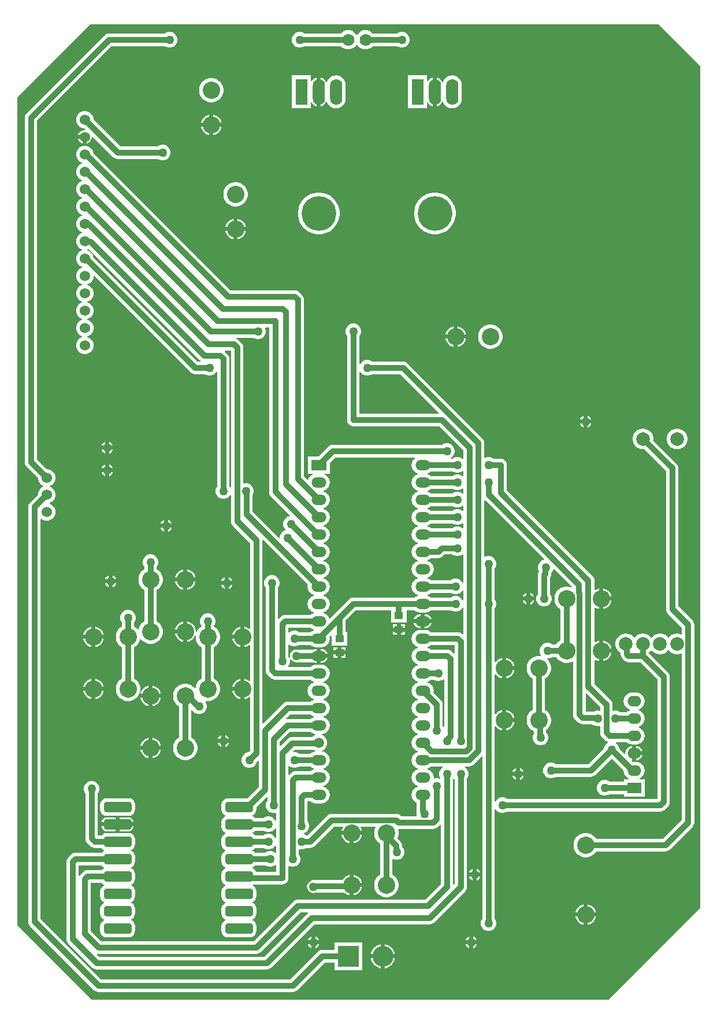
<source format=gbl>
G04*
G04 #@! TF.GenerationSoftware,Altium Limited,Altium Designer,24.5.2 (23)*
G04*
G04 Layer_Physical_Order=2*
G04 Layer_Color=1265191*
%FSLAX25Y25*%
%MOIN*%
G70*
G04*
G04 #@! TF.SameCoordinates,EA20CDAA-E86A-485A-94B0-CAF5119035BD*
G04*
G04*
G04 #@! TF.FilePolarity,Positive*
G04*
G01*
G75*
%ADD10R,0.05000X0.04000*%
%ADD11C,0.03200*%
%ADD12C,0.06000*%
%ADD13O,0.08661X0.05906*%
%ADD14C,0.05906*%
%ADD15R,0.08661X0.05906*%
%ADD16C,0.07874*%
%ADD17C,0.10000*%
%ADD18C,0.07000*%
%ADD19C,0.20000*%
%ADD20O,0.07000X0.15000*%
%ADD21R,0.07000X0.15000*%
%ADD22R,0.08000X0.06000*%
%ADD23O,0.08000X0.06000*%
G04:AMPARAMS|DCode=24|XSize=160mil|YSize=60mil|CornerRadius=15mil|HoleSize=0mil|Usage=FLASHONLY|Rotation=0.000|XOffset=0mil|YOffset=0mil|HoleType=Round|Shape=RoundedRectangle|*
%AMROUNDEDRECTD24*
21,1,0.16000,0.03000,0,0,0.0*
21,1,0.13000,0.06000,0,0,0.0*
1,1,0.03000,0.06500,-0.01500*
1,1,0.03000,-0.06500,-0.01500*
1,1,0.03000,-0.06500,0.01500*
1,1,0.03000,0.06500,0.01500*
%
%ADD24ROUNDEDRECTD24*%
%ADD25C,0.12000*%
%ADD26R,0.12000X0.12000*%
%ADD27C,0.05000*%
G36*
X247000Y471000D02*
Y-14000D01*
X194000Y-67000D01*
X-104000D01*
X-147000Y-24000D01*
Y453000D01*
X-105000Y495000D01*
X223000D01*
X247000Y471000D01*
D02*
G37*
%LPC*%
G36*
X54724Y491500D02*
X53276D01*
X51877Y491125D01*
X50623Y490401D01*
X49599Y489377D01*
X49250Y488773D01*
X48750D01*
X48401Y489377D01*
X47377Y490401D01*
X46123Y491125D01*
X44724Y491500D01*
X43276D01*
X41877Y491125D01*
X40623Y490401D01*
X39853Y489631D01*
X18711D01*
X17737Y490193D01*
X16592Y490500D01*
X15408D01*
X14263Y490193D01*
X13237Y489601D01*
X12399Y488763D01*
X11807Y487737D01*
X11500Y486592D01*
Y485408D01*
X11807Y484263D01*
X12399Y483237D01*
X13237Y482399D01*
X14263Y481807D01*
X15408Y481500D01*
X16592D01*
X17737Y481807D01*
X18711Y482369D01*
X39853D01*
X40623Y481599D01*
X41877Y480875D01*
X43276Y480500D01*
X44724D01*
X46123Y480875D01*
X47377Y481599D01*
X48401Y482623D01*
X48750Y483227D01*
X49250D01*
X49599Y482623D01*
X50623Y481599D01*
X51877Y480875D01*
X53276Y480500D01*
X54724D01*
X56123Y480875D01*
X57377Y481599D01*
X58147Y482369D01*
X72289D01*
X73263Y481807D01*
X74408Y481500D01*
X75592D01*
X76737Y481807D01*
X77763Y482399D01*
X78601Y483237D01*
X79193Y484263D01*
X79500Y485408D01*
Y486592D01*
X79193Y487737D01*
X78601Y488763D01*
X77763Y489601D01*
X76737Y490193D01*
X75592Y490500D01*
X74408D01*
X73263Y490193D01*
X72289Y489631D01*
X58147D01*
X57377Y490401D01*
X56123Y491125D01*
X54724Y491500D01*
D02*
G37*
G36*
X-58408Y490500D02*
X-59592D01*
X-60737Y490193D01*
X-61711Y489631D01*
X-94000D01*
X-94940Y489507D01*
X-95815Y489145D01*
X-96568Y488568D01*
X-141568Y443568D01*
X-142145Y442815D01*
X-142507Y441940D01*
X-142631Y441000D01*
Y242685D01*
X-142507Y241745D01*
X-142145Y240869D01*
X-141568Y240118D01*
X-135000Y233550D01*
Y233027D01*
X-134659Y231755D01*
X-134001Y230615D01*
X-133070Y229684D01*
X-131930Y229026D01*
X-131885Y229014D01*
Y228514D01*
X-131930Y228502D01*
X-133070Y227843D01*
X-134001Y226913D01*
X-134659Y225772D01*
X-135000Y224501D01*
Y223978D01*
X-139568Y219410D01*
X-140145Y218658D01*
X-140507Y217782D01*
X-140631Y216843D01*
Y187000D01*
X-140631Y187000D01*
X-140631Y-22000D01*
X-140507Y-22940D01*
X-140145Y-23816D01*
X-139568Y-24568D01*
X-102568Y-61568D01*
X-101815Y-62145D01*
X-100940Y-62507D01*
X-100000Y-62631D01*
X-100000Y-62631D01*
X12000D01*
X12940Y-62507D01*
X13815Y-62145D01*
X14568Y-61568D01*
X30504Y-45631D01*
X36000D01*
Y-50000D01*
X52000D01*
Y-34000D01*
X36000D01*
Y-38369D01*
X29000D01*
X28060Y-38493D01*
X27185Y-38855D01*
X26432Y-39432D01*
X10496Y-55369D01*
X-98496D01*
X-133369Y-20496D01*
X-133369Y187000D01*
X-133369Y187000D01*
Y209630D01*
X-132869Y209883D01*
X-131930Y209341D01*
X-130658Y209000D01*
X-129342D01*
X-128070Y209341D01*
X-126930Y209999D01*
X-125999Y210930D01*
X-125341Y212070D01*
X-125000Y213342D01*
Y214658D01*
X-125341Y215930D01*
X-125999Y217070D01*
X-126930Y218001D01*
X-128070Y218659D01*
X-128115Y218671D01*
Y219171D01*
X-128070Y219183D01*
X-126930Y219842D01*
X-125999Y220772D01*
X-125341Y221913D01*
X-125000Y223184D01*
Y224501D01*
X-125341Y225772D01*
X-125999Y226913D01*
X-126930Y227843D01*
X-128070Y228502D01*
X-128115Y228514D01*
Y229014D01*
X-128070Y229026D01*
X-126930Y229684D01*
X-125999Y230615D01*
X-125341Y231755D01*
X-125000Y233027D01*
Y234343D01*
X-125341Y235615D01*
X-125999Y236755D01*
X-126930Y237686D01*
X-128070Y238344D01*
X-129342Y238685D01*
X-129865D01*
X-135369Y244189D01*
Y439496D01*
X-92496Y482369D01*
X-61711D01*
X-60737Y481807D01*
X-59592Y481500D01*
X-58408D01*
X-57263Y481807D01*
X-56237Y482399D01*
X-55399Y483237D01*
X-54807Y484263D01*
X-54500Y485408D01*
Y486592D01*
X-54807Y487737D01*
X-55399Y488763D01*
X-56237Y489601D01*
X-57263Y490193D01*
X-58408Y490500D01*
D02*
G37*
G36*
X104000Y465548D02*
X102564Y465358D01*
X101226Y464804D01*
X100077Y463923D01*
X99196Y462774D01*
X98729Y461648D01*
X98188D01*
X97931Y462269D01*
X97209Y463209D01*
X96269Y463931D01*
X95200Y464374D01*
Y456000D01*
Y447626D01*
X96269Y448069D01*
X97209Y448791D01*
X97931Y449731D01*
X98188Y450352D01*
X98729D01*
X99196Y449226D01*
X100077Y448077D01*
X101226Y447196D01*
X102564Y446642D01*
X104000Y446453D01*
X105436Y446642D01*
X106774Y447196D01*
X107923Y448077D01*
X108804Y449226D01*
X109358Y450564D01*
X109547Y452000D01*
Y460000D01*
X109358Y461436D01*
X108804Y462774D01*
X107923Y463923D01*
X106774Y464804D01*
X105436Y465358D01*
X104000Y465548D01*
D02*
G37*
G36*
X37000D02*
X35564Y465358D01*
X34226Y464804D01*
X33077Y463923D01*
X32196Y462774D01*
X31729Y461648D01*
X31188D01*
X30931Y462269D01*
X30209Y463209D01*
X29269Y463931D01*
X28200Y464374D01*
Y456000D01*
Y447626D01*
X29269Y448069D01*
X30209Y448791D01*
X30931Y449731D01*
X31188Y450352D01*
X31729D01*
X32196Y449226D01*
X33077Y448077D01*
X34226Y447196D01*
X35564Y446642D01*
X37000Y446453D01*
X38436Y446642D01*
X39774Y447196D01*
X40923Y448077D01*
X41804Y449226D01*
X42358Y450564D01*
X42548Y452000D01*
Y460000D01*
X42358Y461436D01*
X41804Y462774D01*
X40923Y463923D01*
X39774Y464804D01*
X38436Y465358D01*
X37000Y465548D01*
D02*
G37*
G36*
X-34311Y464000D02*
X-35689D01*
X-37042Y463731D01*
X-38316Y463203D01*
X-39462Y462437D01*
X-40437Y461462D01*
X-41203Y460316D01*
X-41731Y459042D01*
X-42000Y457689D01*
Y456311D01*
X-41731Y454958D01*
X-41203Y453684D01*
X-40437Y452538D01*
X-39462Y451563D01*
X-38316Y450797D01*
X-37042Y450269D01*
X-35689Y450000D01*
X-34311D01*
X-32958Y450269D01*
X-31684Y450797D01*
X-30538Y451563D01*
X-29563Y452538D01*
X-28797Y453684D01*
X-28269Y454958D01*
X-28000Y456311D01*
Y457689D01*
X-28269Y459042D01*
X-28797Y460316D01*
X-29563Y461462D01*
X-30538Y462437D01*
X-31684Y463203D01*
X-32958Y463731D01*
X-34311Y464000D01*
D02*
G37*
G36*
X89500Y465500D02*
X78500D01*
Y446500D01*
X89500D01*
Y449798D01*
X90000Y449898D01*
X90069Y449731D01*
X90790Y448791D01*
X91731Y448069D01*
X92800Y447626D01*
Y456000D01*
Y464374D01*
X91731Y463931D01*
X90790Y463209D01*
X90069Y462269D01*
X90000Y462102D01*
X89500Y462202D01*
Y465500D01*
D02*
G37*
G36*
X22500D02*
X11500D01*
Y446500D01*
X22500D01*
Y449798D01*
X23000Y449898D01*
X23069Y449731D01*
X23791Y448791D01*
X24731Y448069D01*
X25800Y447626D01*
Y456000D01*
Y464374D01*
X24731Y463931D01*
X23791Y463209D01*
X23069Y462269D01*
X23000Y462102D01*
X22500Y462202D01*
Y465500D01*
D02*
G37*
G36*
X-33800Y442879D02*
Y438200D01*
X-29121D01*
X-29231Y438750D01*
X-29683Y439842D01*
X-30340Y440825D01*
X-31175Y441660D01*
X-32158Y442317D01*
X-33250Y442769D01*
X-33800Y442879D01*
D02*
G37*
G36*
X-36200D02*
X-36750Y442769D01*
X-37842Y442317D01*
X-38825Y441660D01*
X-39661Y440825D01*
X-40317Y439842D01*
X-40769Y438750D01*
X-40879Y438200D01*
X-36200D01*
Y442879D01*
D02*
G37*
G36*
Y435800D02*
X-40879D01*
X-40769Y435250D01*
X-40317Y434158D01*
X-39661Y433175D01*
X-38825Y432339D01*
X-37842Y431683D01*
X-36750Y431231D01*
X-36200Y431121D01*
Y435800D01*
D02*
G37*
G36*
X-29121D02*
X-33800D01*
Y431121D01*
X-33250Y431231D01*
X-32158Y431683D01*
X-31175Y432339D01*
X-30340Y433175D01*
X-29683Y434158D01*
X-29231Y435250D01*
X-29121Y435800D01*
D02*
G37*
G36*
X-109200Y428800D02*
X-111820D01*
X-111727Y428456D01*
X-111201Y427544D01*
X-110456Y426799D01*
X-109544Y426273D01*
X-109200Y426180D01*
Y428800D01*
D02*
G37*
G36*
X-107342Y445000D02*
X-108658D01*
X-109930Y444659D01*
X-111070Y444001D01*
X-112001Y443070D01*
X-112659Y441930D01*
X-113000Y440658D01*
Y439342D01*
X-112659Y438070D01*
X-112001Y436930D01*
X-111070Y435999D01*
X-109930Y435341D01*
X-108658Y435000D01*
X-108135D01*
X-107635Y434500D01*
X-107842Y434000D01*
X-108527D01*
X-109544Y433727D01*
X-110456Y433201D01*
X-111201Y432456D01*
X-111727Y431544D01*
X-111820Y431200D01*
X-108000D01*
Y430000D01*
X-106800D01*
Y426180D01*
X-106456Y426273D01*
X-105544Y426799D01*
X-104799Y427544D01*
X-104273Y428456D01*
X-104000Y429473D01*
Y430158D01*
X-103500Y430365D01*
X-91568Y418432D01*
X-90816Y417855D01*
X-89940Y417493D01*
X-89000Y417369D01*
X-89000Y417369D01*
X-65711D01*
X-64737Y416807D01*
X-63592Y416500D01*
X-62408D01*
X-61263Y416807D01*
X-60237Y417399D01*
X-59399Y418237D01*
X-58807Y419263D01*
X-58500Y420408D01*
Y421592D01*
X-58807Y422737D01*
X-59399Y423763D01*
X-60237Y424601D01*
X-61263Y425193D01*
X-62408Y425500D01*
X-63592D01*
X-64737Y425193D01*
X-65711Y424631D01*
X-87496D01*
X-103000Y440135D01*
Y440658D01*
X-103341Y441930D01*
X-103999Y443070D01*
X-104930Y444001D01*
X-106070Y444659D01*
X-107342Y445000D01*
D02*
G37*
G36*
X-20311Y404000D02*
X-21689D01*
X-23042Y403731D01*
X-24316Y403203D01*
X-25462Y402437D01*
X-26437Y401462D01*
X-27203Y400316D01*
X-27731Y399042D01*
X-28000Y397689D01*
Y396311D01*
X-27731Y394958D01*
X-27203Y393684D01*
X-26437Y392538D01*
X-25462Y391563D01*
X-24316Y390797D01*
X-23042Y390269D01*
X-21689Y390000D01*
X-20311D01*
X-18958Y390269D01*
X-17684Y390797D01*
X-16538Y391563D01*
X-15563Y392538D01*
X-14797Y393684D01*
X-14269Y394958D01*
X-14000Y396311D01*
Y397689D01*
X-14269Y399042D01*
X-14797Y400316D01*
X-15563Y401462D01*
X-16538Y402437D01*
X-17684Y403203D01*
X-18958Y403731D01*
X-20311Y404000D01*
D02*
G37*
G36*
X-19800Y382879D02*
Y378200D01*
X-15121D01*
X-15231Y378750D01*
X-15683Y379842D01*
X-16340Y380825D01*
X-17175Y381661D01*
X-18158Y382317D01*
X-19250Y382769D01*
X-19800Y382879D01*
D02*
G37*
G36*
X-22200D02*
X-22750Y382769D01*
X-23842Y382317D01*
X-24825Y381661D01*
X-25660Y380825D01*
X-26317Y379842D01*
X-26769Y378750D01*
X-26879Y378200D01*
X-22200D01*
Y382879D01*
D02*
G37*
G36*
X94984Y398020D02*
X93095D01*
X91229Y397724D01*
X89433Y397141D01*
X87750Y396283D01*
X86222Y395173D01*
X84886Y393837D01*
X83776Y392309D01*
X82919Y390626D01*
X82335Y388830D01*
X82039Y386964D01*
Y385075D01*
X82335Y383210D01*
X82919Y381413D01*
X83776Y379730D01*
X84886Y378202D01*
X86222Y376867D01*
X87750Y375756D01*
X89433Y374899D01*
X91229Y374315D01*
X93095Y374020D01*
X94984D01*
X96849Y374315D01*
X98646Y374899D01*
X100329Y375756D01*
X101857Y376867D01*
X103192Y378202D01*
X104303Y379730D01*
X105160Y381413D01*
X105744Y383210D01*
X106039Y385075D01*
Y386964D01*
X105744Y388830D01*
X105160Y390626D01*
X104303Y392309D01*
X103192Y393837D01*
X101857Y395173D01*
X100329Y396283D01*
X98646Y397141D01*
X96849Y397724D01*
X94984Y398020D01*
D02*
G37*
G36*
X27984D02*
X26095D01*
X24229Y397724D01*
X22433Y397141D01*
X20750Y396283D01*
X19222Y395173D01*
X17886Y393837D01*
X16776Y392309D01*
X15919Y390626D01*
X15335Y388830D01*
X15039Y386964D01*
Y385075D01*
X15335Y383210D01*
X15919Y381413D01*
X16776Y379730D01*
X17886Y378202D01*
X19222Y376867D01*
X20750Y375756D01*
X22433Y374899D01*
X24229Y374315D01*
X26095Y374020D01*
X27984D01*
X29849Y374315D01*
X31646Y374899D01*
X33329Y375756D01*
X34857Y376867D01*
X36193Y378202D01*
X37303Y379730D01*
X38160Y381413D01*
X38744Y383210D01*
X39039Y385075D01*
Y386964D01*
X38744Y388830D01*
X38160Y390626D01*
X37303Y392309D01*
X36193Y393837D01*
X34857Y395173D01*
X33329Y396283D01*
X31646Y397141D01*
X29849Y397724D01*
X27984Y398020D01*
D02*
G37*
G36*
X-22200Y375800D02*
X-26879D01*
X-26769Y375250D01*
X-26317Y374158D01*
X-25660Y373175D01*
X-24825Y372340D01*
X-23842Y371683D01*
X-22750Y371231D01*
X-22200Y371121D01*
Y375800D01*
D02*
G37*
G36*
X-15121D02*
X-19800D01*
Y371121D01*
X-19250Y371231D01*
X-18158Y371683D01*
X-17175Y372340D01*
X-16340Y373175D01*
X-15683Y374158D01*
X-15231Y375250D01*
X-15121Y375800D01*
D02*
G37*
G36*
X107200Y320879D02*
Y316200D01*
X111879D01*
X111769Y316750D01*
X111317Y317842D01*
X110661Y318825D01*
X109825Y319660D01*
X108842Y320317D01*
X107750Y320769D01*
X107200Y320879D01*
D02*
G37*
G36*
X104800D02*
X104250Y320769D01*
X103158Y320317D01*
X102175Y319660D01*
X101339Y318825D01*
X100683Y317842D01*
X100231Y316750D01*
X100121Y316200D01*
X104800D01*
Y320879D01*
D02*
G37*
G36*
X111879Y313800D02*
X107200D01*
Y309121D01*
X107750Y309231D01*
X108842Y309683D01*
X109825Y310339D01*
X110661Y311175D01*
X111317Y312158D01*
X111769Y313250D01*
X111879Y313800D01*
D02*
G37*
G36*
X104800D02*
X100121D01*
X100231Y313250D01*
X100683Y312158D01*
X101339Y311175D01*
X102175Y310339D01*
X103158Y309683D01*
X104250Y309231D01*
X104800Y309121D01*
Y313800D01*
D02*
G37*
G36*
X126689Y322000D02*
X125311D01*
X123958Y321731D01*
X122684Y321203D01*
X121538Y320437D01*
X120563Y319462D01*
X119797Y318316D01*
X119269Y317042D01*
X119000Y315689D01*
Y314311D01*
X119269Y312958D01*
X119797Y311684D01*
X120563Y310538D01*
X121538Y309563D01*
X122684Y308797D01*
X123958Y308269D01*
X125311Y308000D01*
X126689D01*
X128042Y308269D01*
X129316Y308797D01*
X130462Y309563D01*
X131437Y310538D01*
X132203Y311684D01*
X132731Y312958D01*
X133000Y314311D01*
Y315689D01*
X132731Y317042D01*
X132203Y318316D01*
X131437Y319462D01*
X130462Y320437D01*
X129316Y321203D01*
X128042Y321731D01*
X126689Y322000D01*
D02*
G37*
G36*
X182200Y269302D02*
Y267200D01*
X184302D01*
X184262Y267351D01*
X183801Y268149D01*
X183149Y268801D01*
X182351Y269262D01*
X182200Y269302D01*
D02*
G37*
G36*
X179800D02*
X179649Y269262D01*
X178851Y268801D01*
X178199Y268149D01*
X177738Y267351D01*
X177698Y267200D01*
X179800D01*
Y269302D01*
D02*
G37*
G36*
X184302Y264800D02*
X182200D01*
Y262698D01*
X182351Y262738D01*
X183149Y263199D01*
X183801Y263851D01*
X184262Y264649D01*
X184302Y264800D01*
D02*
G37*
G36*
X179800D02*
X177698D01*
X177738Y264649D01*
X178199Y263851D01*
X178851Y263199D01*
X179649Y262738D01*
X179800Y262698D01*
Y264800D01*
D02*
G37*
G36*
X-93800Y254302D02*
Y252200D01*
X-91698D01*
X-91738Y252351D01*
X-92199Y253149D01*
X-92851Y253801D01*
X-93649Y254261D01*
X-93800Y254302D01*
D02*
G37*
G36*
X-96200D02*
X-96351Y254261D01*
X-97149Y253801D01*
X-97801Y253149D01*
X-98261Y252351D01*
X-98302Y252200D01*
X-96200D01*
Y254302D01*
D02*
G37*
G36*
X234349Y261992D02*
X233179D01*
X232032Y261764D01*
X230951Y261316D01*
X229979Y260667D01*
X229152Y259840D01*
X228502Y258867D01*
X228055Y257787D01*
X227827Y256640D01*
Y255470D01*
X228055Y254323D01*
X228502Y253243D01*
X229152Y252271D01*
X229979Y251444D01*
X230951Y250794D01*
X232032Y250346D01*
X233179Y250118D01*
X234349D01*
X235495Y250346D01*
X236576Y250794D01*
X237548Y251444D01*
X238375Y252271D01*
X239025Y253243D01*
X239473Y254323D01*
X239701Y255470D01*
Y256640D01*
X239473Y257787D01*
X239025Y258867D01*
X238375Y259840D01*
X237548Y260667D01*
X236576Y261316D01*
X235495Y261764D01*
X234349Y261992D01*
D02*
G37*
G36*
X-91698Y249800D02*
X-93800D01*
Y247698D01*
X-93649Y247739D01*
X-92851Y248199D01*
X-92199Y248851D01*
X-91738Y249649D01*
X-91698Y249800D01*
D02*
G37*
G36*
X-96200D02*
X-98302D01*
X-98261Y249649D01*
X-97801Y248851D01*
X-97149Y248199D01*
X-96351Y247739D01*
X-96200Y247698D01*
Y249800D01*
D02*
G37*
G36*
X-93800Y241302D02*
Y239200D01*
X-91698D01*
X-91738Y239351D01*
X-92199Y240149D01*
X-92851Y240801D01*
X-93649Y241262D01*
X-93800Y241302D01*
D02*
G37*
G36*
X-96200D02*
X-96351Y241262D01*
X-97149Y240801D01*
X-97801Y240149D01*
X-98261Y239351D01*
X-98302Y239200D01*
X-96200D01*
Y241302D01*
D02*
G37*
G36*
X-91698Y236800D02*
X-93800D01*
Y234698D01*
X-93649Y234738D01*
X-92851Y235199D01*
X-92199Y235851D01*
X-91738Y236649D01*
X-91698Y236800D01*
D02*
G37*
G36*
X-96200D02*
X-98302D01*
X-98261Y236649D01*
X-97801Y235851D01*
X-97149Y235199D01*
X-96351Y234738D01*
X-96200Y234698D01*
Y236800D01*
D02*
G37*
G36*
X-59800Y209302D02*
Y207200D01*
X-57698D01*
X-57739Y207351D01*
X-58199Y208149D01*
X-58851Y208801D01*
X-59649Y209261D01*
X-59800Y209302D01*
D02*
G37*
G36*
X-62200D02*
X-62351Y209261D01*
X-63149Y208801D01*
X-63801Y208149D01*
X-64262Y207351D01*
X-64302Y207200D01*
X-62200D01*
Y209302D01*
D02*
G37*
G36*
X-57698Y204800D02*
X-59800D01*
Y202698D01*
X-59649Y202738D01*
X-58851Y203199D01*
X-58199Y203851D01*
X-57739Y204649D01*
X-57698Y204800D01*
D02*
G37*
G36*
X-62200D02*
X-64302D01*
X-64262Y204649D01*
X-63801Y203851D01*
X-63149Y203199D01*
X-62351Y202738D01*
X-62200Y202698D01*
Y204800D01*
D02*
G37*
G36*
X-48800Y180879D02*
Y176200D01*
X-44121D01*
X-44231Y176750D01*
X-44683Y177842D01*
X-45340Y178825D01*
X-46175Y179660D01*
X-47158Y180317D01*
X-48250Y180769D01*
X-48800Y180879D01*
D02*
G37*
G36*
X-51200Y180879D02*
X-51750Y180769D01*
X-52842Y180317D01*
X-53825Y179660D01*
X-54660Y178825D01*
X-55317Y177842D01*
X-55769Y176750D01*
X-55879Y176200D01*
X-51200D01*
Y180879D01*
D02*
G37*
G36*
X-91800Y177302D02*
Y175200D01*
X-89698D01*
X-89739Y175351D01*
X-90199Y176149D01*
X-90851Y176801D01*
X-91649Y177261D01*
X-91800Y177302D01*
D02*
G37*
G36*
X-94200D02*
X-94351Y177261D01*
X-95149Y176801D01*
X-95801Y176149D01*
X-96262Y175351D01*
X-96302Y175200D01*
X-94200D01*
Y177302D01*
D02*
G37*
G36*
X-24800Y176302D02*
Y174200D01*
X-22698D01*
X-22738Y174351D01*
X-23199Y175149D01*
X-23851Y175801D01*
X-24649Y176261D01*
X-24800Y176302D01*
D02*
G37*
G36*
X-27200D02*
X-27351Y176261D01*
X-28149Y175801D01*
X-28801Y175149D01*
X-29261Y174351D01*
X-29302Y174200D01*
X-27200D01*
Y176302D01*
D02*
G37*
G36*
X-89698Y172800D02*
X-91800D01*
Y170698D01*
X-91649Y170738D01*
X-90851Y171199D01*
X-90199Y171851D01*
X-89739Y172649D01*
X-89698Y172800D01*
D02*
G37*
G36*
X-94200D02*
X-96302D01*
X-96262Y172649D01*
X-95801Y171851D01*
X-95149Y171199D01*
X-94351Y170738D01*
X-94200Y170698D01*
Y172800D01*
D02*
G37*
G36*
X-22698Y171800D02*
X-24800D01*
Y169698D01*
X-24649Y169738D01*
X-23851Y170199D01*
X-23199Y170851D01*
X-22738Y171649D01*
X-22698Y171800D01*
D02*
G37*
G36*
X-27200D02*
X-29302D01*
X-29261Y171649D01*
X-28801Y170851D01*
X-28149Y170199D01*
X-27351Y169738D01*
X-27200Y169698D01*
Y171800D01*
D02*
G37*
G36*
X-44121Y173800D02*
X-48800D01*
Y169121D01*
X-48250Y169231D01*
X-47158Y169683D01*
X-46175Y170340D01*
X-45340Y171175D01*
X-44683Y172158D01*
X-44231Y173250D01*
X-44121Y173800D01*
D02*
G37*
G36*
X-51200D02*
X-55879D01*
X-55769Y173250D01*
X-55317Y172158D01*
X-54660Y171175D01*
X-53825Y170340D01*
X-52842Y169683D01*
X-51750Y169231D01*
X-51200Y169121D01*
Y173800D01*
D02*
G37*
G36*
X191200Y169879D02*
Y165200D01*
X195879D01*
X195769Y165750D01*
X195317Y166842D01*
X194660Y167825D01*
X193825Y168660D01*
X192842Y169317D01*
X191750Y169769D01*
X191200Y169879D01*
D02*
G37*
G36*
X149200Y167302D02*
Y165200D01*
X151302D01*
X151261Y165351D01*
X150801Y166149D01*
X150149Y166801D01*
X149351Y167262D01*
X149200Y167302D01*
D02*
G37*
G36*
X146800D02*
X146649Y167262D01*
X145851Y166801D01*
X145199Y166149D01*
X144738Y165351D01*
X144698Y165200D01*
X146800D01*
Y167302D01*
D02*
G37*
G36*
X151302Y162800D02*
X149200D01*
Y160698D01*
X149351Y160739D01*
X150149Y161199D01*
X150801Y161851D01*
X151261Y162649D01*
X151302Y162800D01*
D02*
G37*
G36*
X146800D02*
X144698D01*
X144738Y162649D01*
X145199Y161851D01*
X145851Y161199D01*
X146649Y160739D01*
X146800Y160698D01*
Y162800D01*
D02*
G37*
G36*
X195879D02*
X191200D01*
Y158121D01*
X191750Y158231D01*
X192842Y158683D01*
X193825Y159339D01*
X194660Y160175D01*
X195317Y161158D01*
X195769Y162250D01*
X195879Y162800D01*
D02*
G37*
G36*
X-107342Y425000D02*
X-108658D01*
X-109930Y424659D01*
X-111070Y424001D01*
X-112001Y423070D01*
X-112659Y421930D01*
X-113000Y420658D01*
Y419342D01*
X-112659Y418070D01*
X-112001Y416930D01*
X-111070Y415999D01*
X-109930Y415341D01*
X-109591Y415250D01*
Y414750D01*
X-109930Y414659D01*
X-111070Y414001D01*
X-112001Y413070D01*
X-112659Y411930D01*
X-113000Y410658D01*
Y409342D01*
X-112659Y408070D01*
X-112001Y406930D01*
X-111070Y405999D01*
X-109930Y405341D01*
X-109591Y405250D01*
Y404750D01*
X-109930Y404659D01*
X-111070Y404001D01*
X-112001Y403070D01*
X-112659Y401930D01*
X-113000Y400658D01*
Y399342D01*
X-112659Y398070D01*
X-112001Y396930D01*
X-111070Y395999D01*
X-109930Y395341D01*
X-109591Y395250D01*
Y394750D01*
X-109930Y394659D01*
X-111070Y394001D01*
X-112001Y393070D01*
X-112659Y391930D01*
X-113000Y390658D01*
Y389342D01*
X-112659Y388070D01*
X-112001Y386930D01*
X-111070Y385999D01*
X-109930Y385341D01*
X-109591Y385250D01*
Y384750D01*
X-109930Y384659D01*
X-111070Y384001D01*
X-112001Y383070D01*
X-112659Y381930D01*
X-113000Y380658D01*
Y379342D01*
X-112659Y378070D01*
X-112001Y376930D01*
X-111070Y375999D01*
X-109930Y375341D01*
X-109591Y375250D01*
Y374750D01*
X-109930Y374659D01*
X-111070Y374001D01*
X-112001Y373070D01*
X-112659Y371930D01*
X-113000Y370658D01*
Y369342D01*
X-112659Y368070D01*
X-112001Y366930D01*
X-111070Y365999D01*
X-109930Y365341D01*
X-109591Y365250D01*
Y364750D01*
X-109930Y364659D01*
X-111070Y364001D01*
X-112001Y363070D01*
X-112659Y361930D01*
X-113000Y360658D01*
Y359342D01*
X-112659Y358070D01*
X-112001Y356930D01*
X-111070Y355999D01*
X-109930Y355341D01*
X-109591Y355250D01*
Y354750D01*
X-109930Y354659D01*
X-111070Y354001D01*
X-112001Y353070D01*
X-112659Y351930D01*
X-113000Y350658D01*
Y349342D01*
X-112659Y348070D01*
X-112001Y346930D01*
X-111070Y345999D01*
X-109930Y345341D01*
X-109591Y345250D01*
Y344750D01*
X-109930Y344659D01*
X-111070Y344001D01*
X-112001Y343070D01*
X-112659Y341930D01*
X-113000Y340658D01*
Y339342D01*
X-112659Y338070D01*
X-112001Y336930D01*
X-111070Y335999D01*
X-109930Y335341D01*
X-109591Y335250D01*
Y334750D01*
X-109930Y334659D01*
X-111070Y334001D01*
X-112001Y333070D01*
X-112659Y331930D01*
X-113000Y330658D01*
Y329342D01*
X-112659Y328070D01*
X-112001Y326930D01*
X-111070Y325999D01*
X-109930Y325341D01*
X-109591Y325250D01*
Y324750D01*
X-109930Y324659D01*
X-111070Y324001D01*
X-112001Y323070D01*
X-112659Y321930D01*
X-113000Y320658D01*
Y319342D01*
X-112659Y318070D01*
X-112001Y316930D01*
X-111070Y315999D01*
X-109930Y315341D01*
X-109591Y315250D01*
Y314750D01*
X-109930Y314659D01*
X-111070Y314001D01*
X-112001Y313070D01*
X-112659Y311930D01*
X-113000Y310658D01*
Y309342D01*
X-112659Y308070D01*
X-112001Y306930D01*
X-111070Y305999D01*
X-109930Y305341D01*
X-108658Y305000D01*
X-107342D01*
X-106070Y305341D01*
X-104930Y305999D01*
X-103999Y306930D01*
X-103341Y308070D01*
X-103000Y309342D01*
Y310658D01*
X-103341Y311930D01*
X-103999Y313070D01*
X-104930Y314001D01*
X-106070Y314659D01*
X-106409Y314750D01*
Y315250D01*
X-106070Y315341D01*
X-104930Y315999D01*
X-103999Y316930D01*
X-103341Y318070D01*
X-103000Y319342D01*
Y320658D01*
X-103341Y321930D01*
X-103999Y323070D01*
X-104930Y324001D01*
X-106070Y324659D01*
X-106409Y324750D01*
Y325250D01*
X-106070Y325341D01*
X-104930Y325999D01*
X-103999Y326930D01*
X-103341Y328070D01*
X-103000Y329342D01*
Y330658D01*
X-103341Y331930D01*
X-103999Y333070D01*
X-104930Y334001D01*
X-106070Y334659D01*
X-106409Y334750D01*
Y335250D01*
X-106070Y335341D01*
X-104930Y335999D01*
X-103999Y336930D01*
X-103341Y338070D01*
X-103000Y339342D01*
Y340658D01*
X-103341Y341930D01*
X-103999Y343070D01*
X-104930Y344001D01*
X-106070Y344659D01*
X-106409Y344750D01*
Y345250D01*
X-106070Y345341D01*
X-104930Y345999D01*
X-103999Y346930D01*
X-103341Y348070D01*
X-103000Y349342D01*
Y349928D01*
X-102538Y350119D01*
X-46851Y294432D01*
X-46099Y293855D01*
X-45223Y293493D01*
X-44284Y293369D01*
X-38711D01*
X-37737Y292807D01*
X-36592Y292500D01*
X-35408D01*
X-34263Y292807D01*
X-33237Y293399D01*
X-32399Y294237D01*
X-32131Y294701D01*
X-31631Y294567D01*
Y228711D01*
X-32193Y227737D01*
X-32500Y226592D01*
Y225408D01*
X-32193Y224263D01*
X-31601Y223237D01*
X-30763Y222399D01*
X-29737Y221807D01*
X-28592Y221500D01*
X-27408D01*
X-26263Y221807D01*
X-25237Y222399D01*
X-24399Y223237D01*
X-24131Y223701D01*
X-23631Y223567D01*
Y208618D01*
X-23507Y207678D01*
X-23145Y206802D01*
X-22568Y206050D01*
X-12631Y196114D01*
Y146770D01*
X-13093Y146578D01*
X-13175Y146660D01*
X-14158Y147317D01*
X-15250Y147769D01*
X-15800Y147879D01*
Y142000D01*
Y136121D01*
X-15250Y136231D01*
X-14158Y136683D01*
X-13175Y137339D01*
X-13093Y137422D01*
X-12631Y137230D01*
Y116770D01*
X-13093Y116578D01*
X-13175Y116660D01*
X-14158Y117317D01*
X-15250Y117769D01*
X-15800Y117879D01*
Y112000D01*
Y106121D01*
X-15250Y106231D01*
X-14158Y106683D01*
X-13175Y107340D01*
X-13093Y107422D01*
X-12631Y107230D01*
Y76504D01*
X-13651Y75484D01*
X-14737Y75193D01*
X-15763Y74601D01*
X-16601Y73763D01*
X-17193Y72737D01*
X-17500Y71592D01*
Y70408D01*
X-17193Y69263D01*
X-16601Y68237D01*
X-15763Y67399D01*
X-14737Y66807D01*
X-13592Y66500D01*
X-12408D01*
X-11263Y66807D01*
X-10237Y67399D01*
X-9399Y68237D01*
X-8807Y69263D01*
X-8516Y70349D01*
X-8093Y70772D01*
X-7631Y70581D01*
Y55504D01*
X-14105Y49030D01*
X-25500D01*
X-26414Y48910D01*
X-27265Y48557D01*
X-27996Y47996D01*
X-28557Y47265D01*
X-28910Y46414D01*
X-29030Y45500D01*
Y42500D01*
X-28910Y41586D01*
X-28557Y40735D01*
X-27996Y40004D01*
X-27265Y39443D01*
X-26849Y39271D01*
Y38729D01*
X-27265Y38557D01*
X-27996Y37996D01*
X-28557Y37265D01*
X-28910Y36414D01*
X-29030Y35500D01*
Y32500D01*
X-28910Y31586D01*
X-28557Y30735D01*
X-27996Y30004D01*
X-27265Y29443D01*
X-26849Y29271D01*
Y28729D01*
X-27265Y28557D01*
X-27996Y27996D01*
X-28557Y27265D01*
X-28910Y26414D01*
X-29030Y25500D01*
Y22500D01*
X-28910Y21586D01*
X-28557Y20735D01*
X-27996Y20004D01*
X-27265Y19443D01*
X-26849Y19271D01*
Y18729D01*
X-27265Y18557D01*
X-27996Y17996D01*
X-28557Y17265D01*
X-28910Y16414D01*
X-29030Y15500D01*
Y12500D01*
X-28910Y11586D01*
X-28557Y10735D01*
X-27996Y10004D01*
X-27265Y9443D01*
X-26849Y9271D01*
Y8729D01*
X-27265Y8557D01*
X-27996Y7996D01*
X-28557Y7265D01*
X-28910Y6414D01*
X-29030Y5500D01*
Y2500D01*
X-28910Y1586D01*
X-28557Y735D01*
X-27996Y4D01*
X-27265Y-557D01*
X-26849Y-729D01*
Y-1271D01*
X-27265Y-1443D01*
X-27996Y-2004D01*
X-28557Y-2735D01*
X-28910Y-3586D01*
X-29030Y-4500D01*
Y-7500D01*
X-28910Y-8414D01*
X-28557Y-9265D01*
X-27996Y-9996D01*
X-27265Y-10557D01*
X-26849Y-10729D01*
Y-11271D01*
X-27265Y-11443D01*
X-27996Y-12004D01*
X-28557Y-12735D01*
X-28910Y-13586D01*
X-29030Y-14500D01*
Y-17500D01*
X-28910Y-18414D01*
X-28557Y-19265D01*
X-27996Y-19996D01*
X-27265Y-20557D01*
X-26849Y-20729D01*
Y-21271D01*
X-27265Y-21443D01*
X-27996Y-22004D01*
X-28557Y-22735D01*
X-28910Y-23586D01*
X-29030Y-24500D01*
Y-27500D01*
X-28910Y-28414D01*
X-28557Y-29265D01*
X-27996Y-29996D01*
X-27265Y-30557D01*
X-26414Y-30910D01*
X-25500Y-31030D01*
X-12500D01*
X-11586Y-30910D01*
X-10735Y-30557D01*
X-10004Y-29996D01*
X-9443Y-29265D01*
X-9090Y-28414D01*
X-8970Y-27500D01*
Y-24500D01*
X-9090Y-23586D01*
X-9443Y-22735D01*
X-10004Y-22004D01*
X-10735Y-21443D01*
X-11151Y-21271D01*
Y-20729D01*
X-10735Y-20557D01*
X-10004Y-19996D01*
X-9443Y-19265D01*
X-9090Y-18414D01*
X-8970Y-17500D01*
Y-14500D01*
X-9090Y-13586D01*
X-9443Y-12735D01*
X-10004Y-12004D01*
X-10735Y-11443D01*
X-11151Y-11271D01*
Y-10729D01*
X-10735Y-10557D01*
X-10004Y-9996D01*
X-9443Y-9265D01*
X-9090Y-8414D01*
X-8970Y-7500D01*
Y-4500D01*
X-9090Y-3586D01*
X-9443Y-2735D01*
X-10004Y-2004D01*
X-10735Y-1443D01*
X-10820Y-1408D01*
X-10915Y-827D01*
X-10691Y-631D01*
X6000D01*
X6940Y-507D01*
X7816Y-145D01*
X8568Y432D01*
X9145Y1185D01*
X9507Y2060D01*
X9631Y3000D01*
Y9672D01*
X10064Y9922D01*
X10263Y9807D01*
X11408Y9500D01*
X12592D01*
X13737Y9807D01*
X14763Y10399D01*
X15601Y11237D01*
X16193Y12263D01*
X16500Y13408D01*
Y14592D01*
X16193Y15737D01*
X15631Y16711D01*
Y19297D01*
X16028Y19602D01*
X16408Y19500D01*
X17592D01*
X18737Y19807D01*
X19711Y20369D01*
X22000D01*
X22940Y20493D01*
X23816Y20855D01*
X24567Y21432D01*
X35904Y32769D01*
X40772D01*
X41008Y32328D01*
X40683Y31842D01*
X40231Y30750D01*
X40121Y30200D01*
X51879D01*
X51769Y30750D01*
X51317Y31842D01*
X50993Y32328D01*
X51228Y32769D01*
X59569D01*
X59654Y32610D01*
X59777Y32269D01*
X59269Y31042D01*
X59000Y29689D01*
Y28311D01*
X59269Y26958D01*
X59797Y25684D01*
X60563Y24538D01*
X61538Y23563D01*
X62369Y23007D01*
Y4993D01*
X61538Y4437D01*
X60563Y3462D01*
X59797Y2316D01*
X59269Y1042D01*
X59000Y-311D01*
Y-1689D01*
X59269Y-3042D01*
X59797Y-4316D01*
X60563Y-5462D01*
X61538Y-6437D01*
X62684Y-7203D01*
X63958Y-7731D01*
X65311Y-8000D01*
X66689D01*
X68042Y-7731D01*
X69316Y-7203D01*
X70462Y-6437D01*
X71437Y-5462D01*
X72203Y-4316D01*
X72731Y-3042D01*
X73000Y-1689D01*
Y-311D01*
X72731Y1042D01*
X72203Y2316D01*
X71437Y3462D01*
X70462Y4437D01*
X69631Y4993D01*
Y13671D01*
X70064Y13922D01*
X70263Y13807D01*
X71408Y13500D01*
X72592D01*
X73737Y13807D01*
X74763Y14399D01*
X75601Y15237D01*
X76193Y16263D01*
X76500Y17408D01*
Y18592D01*
X76193Y19737D01*
X75601Y20763D01*
X75287Y21077D01*
Y21504D01*
X75163Y22444D01*
X74800Y23320D01*
X74223Y24072D01*
X72323Y25972D01*
X72731Y26958D01*
X73000Y28311D01*
Y29689D01*
X72755Y30919D01*
X73058Y31383D01*
X73167Y31369D01*
X93125D01*
X94065Y31493D01*
X94941Y31855D01*
X95693Y32432D01*
X96907Y33646D01*
X97369Y33455D01*
Y-496D01*
X88496Y-9369D01*
X15000D01*
X15000Y-9369D01*
X14060Y-9493D01*
X13184Y-9855D01*
X12432Y-10432D01*
X12432Y-10432D01*
X-10504Y-33369D01*
X-98496D01*
X-104369Y-27496D01*
Y369D01*
X-98276D01*
X-97996Y4D01*
X-97265Y-557D01*
X-96850Y-729D01*
Y-1271D01*
X-97265Y-1443D01*
X-97996Y-2004D01*
X-98557Y-2735D01*
X-98910Y-3586D01*
X-99030Y-4500D01*
Y-7500D01*
X-98910Y-8414D01*
X-98557Y-9265D01*
X-97996Y-9996D01*
X-97265Y-10557D01*
X-96850Y-10729D01*
Y-11271D01*
X-97265Y-11443D01*
X-97996Y-12004D01*
X-98557Y-12735D01*
X-98910Y-13586D01*
X-99030Y-14500D01*
Y-17500D01*
X-98910Y-18414D01*
X-98557Y-19265D01*
X-97996Y-19996D01*
X-97265Y-20557D01*
X-96850Y-20729D01*
Y-21271D01*
X-97265Y-21443D01*
X-97996Y-22004D01*
X-98557Y-22735D01*
X-98910Y-23586D01*
X-99030Y-24500D01*
Y-27500D01*
X-98910Y-28414D01*
X-98557Y-29265D01*
X-97996Y-29996D01*
X-97265Y-30557D01*
X-96414Y-30910D01*
X-95500Y-31030D01*
X-82500D01*
X-81586Y-30910D01*
X-80735Y-30557D01*
X-80004Y-29996D01*
X-79443Y-29265D01*
X-79090Y-28414D01*
X-78970Y-27500D01*
Y-24500D01*
X-79090Y-23586D01*
X-79443Y-22735D01*
X-80004Y-22004D01*
X-80735Y-21443D01*
X-81151Y-21271D01*
Y-20729D01*
X-80735Y-20557D01*
X-80004Y-19996D01*
X-79443Y-19265D01*
X-79090Y-18414D01*
X-78970Y-17500D01*
Y-14500D01*
X-79090Y-13586D01*
X-79443Y-12735D01*
X-80004Y-12004D01*
X-80735Y-11443D01*
X-81151Y-11271D01*
Y-10729D01*
X-80735Y-10557D01*
X-80004Y-9996D01*
X-79443Y-9265D01*
X-79090Y-8414D01*
X-78970Y-7500D01*
Y-4500D01*
X-79090Y-3586D01*
X-79443Y-2735D01*
X-80004Y-2004D01*
X-80735Y-1443D01*
X-81151Y-1271D01*
Y-729D01*
X-80735Y-557D01*
X-80004Y4D01*
X-79443Y735D01*
X-79090Y1586D01*
X-78970Y2500D01*
Y5500D01*
X-79090Y6414D01*
X-79443Y7265D01*
X-80004Y7996D01*
X-80735Y8557D01*
X-81151Y8729D01*
Y9271D01*
X-80735Y9443D01*
X-80004Y10004D01*
X-79443Y10735D01*
X-79090Y11586D01*
X-78970Y12500D01*
Y15500D01*
X-79090Y16414D01*
X-79443Y17265D01*
X-80004Y17996D01*
X-80735Y18557D01*
X-81151Y18729D01*
Y19271D01*
X-80735Y19443D01*
X-80004Y20004D01*
X-79443Y20735D01*
X-79090Y21586D01*
X-78970Y22500D01*
Y25500D01*
X-79090Y26414D01*
X-79443Y27265D01*
X-80004Y27996D01*
X-80735Y28557D01*
X-81586Y28910D01*
X-82500Y29030D01*
X-95500D01*
X-96414Y28910D01*
X-97265Y28557D01*
X-97996Y27996D01*
X-98276Y27631D01*
X-100369D01*
Y51754D01*
X-99807Y52728D01*
X-99500Y53873D01*
Y55058D01*
X-99807Y56202D01*
X-100399Y57228D01*
X-101237Y58066D01*
X-102263Y58658D01*
X-103408Y58965D01*
X-104592D01*
X-105737Y58658D01*
X-106763Y58066D01*
X-107601Y57228D01*
X-108193Y56202D01*
X-108500Y55058D01*
Y53873D01*
X-108193Y52728D01*
X-107631Y51754D01*
Y25875D01*
X-107507Y24935D01*
X-107145Y24059D01*
X-106568Y23307D01*
X-104693Y21432D01*
X-103941Y20855D01*
X-103065Y20493D01*
X-102126Y20369D01*
X-98276D01*
X-97996Y20004D01*
X-97265Y19443D01*
X-96850Y19271D01*
Y18729D01*
X-97265Y18557D01*
X-97996Y17996D01*
X-98276Y17631D01*
X-113126D01*
X-114065Y17507D01*
X-114941Y17145D01*
X-115693Y16567D01*
X-117568Y14693D01*
X-118145Y13941D01*
X-118507Y13065D01*
X-118631Y12126D01*
Y-32000D01*
X-118507Y-32940D01*
X-118145Y-33816D01*
X-117568Y-34567D01*
X-103568Y-48568D01*
X-102815Y-49145D01*
X-101940Y-49507D01*
X-101000Y-49631D01*
X-3000D01*
X-2060Y-49507D01*
X-1185Y-49145D01*
X-432Y-48568D01*
X24504Y-23631D01*
X91000D01*
X91940Y-23507D01*
X92816Y-23145D01*
X93568Y-22568D01*
X111567Y-4568D01*
X111568Y-4567D01*
X112145Y-3816D01*
X112507Y-2940D01*
X112631Y-2000D01*
Y60289D01*
X113193Y61263D01*
X113500Y62408D01*
Y63592D01*
X113193Y64737D01*
X112601Y65763D01*
X111763Y66601D01*
X111299Y66869D01*
X111433Y67369D01*
X113782D01*
X114722Y67493D01*
X115598Y67855D01*
X116350Y68432D01*
X120907Y72989D01*
X121369Y72798D01*
Y-20289D01*
X120807Y-21263D01*
X120500Y-22408D01*
Y-23592D01*
X120807Y-24737D01*
X121399Y-25763D01*
X122237Y-26601D01*
X123263Y-27193D01*
X124408Y-27500D01*
X125592D01*
X126737Y-27193D01*
X127763Y-26601D01*
X128601Y-25763D01*
X129193Y-24737D01*
X129500Y-23592D01*
Y-22408D01*
X129193Y-21263D01*
X128631Y-20289D01*
Y42567D01*
X129131Y42701D01*
X129399Y42237D01*
X130237Y41399D01*
X131263Y40807D01*
X132408Y40500D01*
X133592D01*
X134737Y40807D01*
X135711Y41369D01*
X224126D01*
X225065Y41493D01*
X225941Y41855D01*
X226693Y42432D01*
X228568Y44307D01*
X229145Y45059D01*
X229507Y45935D01*
X229631Y46874D01*
Y119000D01*
X229507Y119940D01*
X229145Y120816D01*
X228568Y121568D01*
X217631Y132504D01*
Y133178D01*
X217863Y133333D01*
X218690Y134160D01*
X218750Y134250D01*
X219250D01*
X219310Y134160D01*
X220137Y133333D01*
X221109Y132684D01*
X222189Y132236D01*
X223337Y132008D01*
X224506D01*
X225653Y132236D01*
X226733Y132684D01*
X227706Y133333D01*
X228533Y134160D01*
X228592Y134250D01*
X229093D01*
X229152Y134160D01*
X229979Y133333D01*
X230951Y132684D01*
X232032Y132236D01*
X233179Y132008D01*
X234349D01*
X235495Y132236D01*
X236054Y132467D01*
X236470Y132190D01*
Y36605D01*
X225496Y25631D01*
X186993D01*
X186437Y26462D01*
X185462Y27437D01*
X184316Y28203D01*
X183042Y28731D01*
X181689Y29000D01*
X180311D01*
X178958Y28731D01*
X177684Y28203D01*
X176538Y27437D01*
X175563Y26462D01*
X174797Y25316D01*
X174269Y24042D01*
X174000Y22689D01*
Y21311D01*
X174269Y19958D01*
X174797Y18684D01*
X175563Y17538D01*
X176538Y16563D01*
X177684Y15797D01*
X178958Y15269D01*
X180311Y15000D01*
X181689D01*
X183042Y15269D01*
X184316Y15797D01*
X185462Y16563D01*
X186437Y17538D01*
X186993Y18369D01*
X227000D01*
X227940Y18493D01*
X228816Y18855D01*
X229568Y19433D01*
X242668Y32533D01*
X242668Y32533D01*
X243245Y33285D01*
X243608Y34161D01*
X243732Y35101D01*
Y148899D01*
X243608Y149839D01*
X243245Y150715D01*
X242668Y151467D01*
X234631Y159504D01*
Y239134D01*
X234631Y239134D01*
X234507Y240074D01*
X234145Y240949D01*
X233568Y241701D01*
X233568Y241701D01*
X219980Y255289D01*
X220016Y255470D01*
Y256640D01*
X219788Y257787D01*
X219340Y258867D01*
X218690Y259840D01*
X217863Y260667D01*
X216891Y261316D01*
X215810Y261764D01*
X214664Y261992D01*
X213494D01*
X212347Y261764D01*
X211266Y261316D01*
X210294Y260667D01*
X209467Y259840D01*
X208817Y258867D01*
X208370Y257787D01*
X208142Y256640D01*
Y255470D01*
X208370Y254323D01*
X208817Y253243D01*
X209467Y252271D01*
X210294Y251444D01*
X211266Y250794D01*
X212347Y250346D01*
X213494Y250118D01*
X214664D01*
X214845Y250154D01*
X227369Y237630D01*
Y158000D01*
X227493Y157060D01*
X227855Y156184D01*
X228432Y155432D01*
X236470Y147395D01*
Y143700D01*
X236054Y143422D01*
X235495Y143654D01*
X234349Y143882D01*
X233179D01*
X232032Y143654D01*
X230951Y143206D01*
X229979Y142557D01*
X229152Y141729D01*
X229093Y141640D01*
X228592D01*
X228533Y141729D01*
X227706Y142557D01*
X226733Y143206D01*
X225653Y143654D01*
X224506Y143882D01*
X223337D01*
X222189Y143654D01*
X221109Y143206D01*
X220137Y142557D01*
X219310Y141729D01*
X219250Y141640D01*
X218750D01*
X218690Y141729D01*
X217863Y142557D01*
X216891Y143206D01*
X215810Y143654D01*
X214664Y143882D01*
X213494D01*
X212347Y143654D01*
X211266Y143206D01*
X210294Y142557D01*
X209467Y141729D01*
X209407Y141640D01*
X208908D01*
X208848Y141729D01*
X208021Y142557D01*
X207049Y143206D01*
X205968Y143654D01*
X204821Y143882D01*
X203651D01*
X202504Y143654D01*
X201424Y143206D01*
X200452Y142557D01*
X199625Y141729D01*
X198975Y140757D01*
X198527Y139677D01*
X198299Y138530D01*
Y137360D01*
X198527Y136213D01*
X198975Y135133D01*
X199625Y134160D01*
X200452Y133333D01*
X201273Y132784D01*
Y131970D01*
X201397Y131030D01*
X201760Y130154D01*
X202337Y129402D01*
X203307Y128433D01*
X203307Y128432D01*
X204059Y127855D01*
X204935Y127493D01*
X205874Y127369D01*
X212496D01*
X222369Y117496D01*
Y48631D01*
X135711D01*
X134737Y49193D01*
X133592Y49500D01*
X132408D01*
X131263Y49193D01*
X130237Y48601D01*
X129399Y47763D01*
X129131Y47299D01*
X128631Y47433D01*
Y90336D01*
X129131Y90487D01*
X129340Y90175D01*
X130175Y89340D01*
X131158Y88683D01*
X132250Y88231D01*
X132800Y88121D01*
Y94000D01*
Y99879D01*
X132250Y99769D01*
X131158Y99317D01*
X130175Y98660D01*
X129340Y97825D01*
X129131Y97513D01*
X128631Y97664D01*
Y120335D01*
X129131Y120487D01*
X129340Y120175D01*
X130175Y119340D01*
X131158Y118683D01*
X132250Y118231D01*
X132800Y118121D01*
Y124000D01*
Y129879D01*
X132250Y129769D01*
X131158Y129317D01*
X130175Y128661D01*
X129340Y127825D01*
X129131Y127513D01*
X128631Y127664D01*
Y158289D01*
X129193Y159263D01*
X129500Y160408D01*
Y161592D01*
X129193Y162737D01*
X128631Y163711D01*
Y181289D01*
X129193Y182263D01*
X129500Y183408D01*
Y184592D01*
X129193Y185737D01*
X128601Y186763D01*
X127763Y187601D01*
X126737Y188193D01*
X125592Y188500D01*
X124408D01*
X123263Y188193D01*
X123064Y188078D01*
X122631Y188328D01*
Y220581D01*
X123093Y220772D01*
X157020Y186845D01*
X156891Y186362D01*
X156263Y186193D01*
X155237Y185601D01*
X154399Y184763D01*
X153807Y183737D01*
X153500Y182592D01*
Y181408D01*
X153807Y180263D01*
X154025Y179886D01*
Y179549D01*
X153855Y179328D01*
X153493Y178453D01*
X153369Y177513D01*
Y166711D01*
X152807Y165737D01*
X152500Y164592D01*
Y163408D01*
X152807Y162263D01*
X153399Y161237D01*
X154237Y160399D01*
X155263Y159807D01*
X156408Y159500D01*
X157592D01*
X158737Y159807D01*
X159763Y160399D01*
X160601Y161237D01*
X161193Y162263D01*
X161500Y163408D01*
Y164592D01*
X161193Y165737D01*
X160631Y166711D01*
Y176133D01*
X160800Y176353D01*
X161163Y177229D01*
X161287Y178168D01*
Y178923D01*
X161601Y179237D01*
X162193Y180263D01*
X162362Y180891D01*
X162845Y181020D01*
X172982Y170883D01*
X172699Y170459D01*
X172042Y170731D01*
X170689Y171000D01*
X169311D01*
X167958Y170731D01*
X166684Y170203D01*
X165538Y169437D01*
X164563Y168462D01*
X163797Y167316D01*
X163269Y166042D01*
X163000Y164689D01*
Y163311D01*
X163269Y161958D01*
X163797Y160684D01*
X164563Y159538D01*
X165538Y158563D01*
X166369Y158007D01*
Y139993D01*
X165538Y139437D01*
X164563Y138462D01*
X164007Y137631D01*
X161711D01*
X160737Y138193D01*
X159592Y138500D01*
X158408D01*
X157263Y138193D01*
X156237Y137601D01*
X155399Y136763D01*
X154807Y135737D01*
X154500Y134592D01*
Y133408D01*
X154807Y132263D01*
X155313Y131386D01*
X155040Y130930D01*
X154689Y131000D01*
X153311D01*
X151958Y130731D01*
X150684Y130203D01*
X149538Y129437D01*
X148563Y128462D01*
X147797Y127316D01*
X147269Y126042D01*
X147000Y124689D01*
Y123311D01*
X147269Y121958D01*
X147797Y120684D01*
X148563Y119538D01*
X149538Y118563D01*
X150369Y118007D01*
Y99993D01*
X149538Y99437D01*
X148563Y98462D01*
X147797Y97316D01*
X147269Y96042D01*
X147000Y94689D01*
Y93311D01*
X147269Y91958D01*
X147797Y90684D01*
X148563Y89538D01*
X149538Y88563D01*
X150684Y87797D01*
X151024Y87656D01*
Y86114D01*
X150807Y85737D01*
X150500Y84592D01*
Y83408D01*
X150807Y82263D01*
X151399Y81237D01*
X152237Y80399D01*
X153263Y79807D01*
X154408Y79500D01*
X155592D01*
X156737Y79807D01*
X157763Y80399D01*
X158601Y81237D01*
X159193Y82263D01*
X159500Y83408D01*
Y84592D01*
X159193Y85737D01*
X158601Y86763D01*
X158287Y87077D01*
Y88445D01*
X158462Y88563D01*
X159437Y89538D01*
X160203Y90684D01*
X160731Y91958D01*
X161000Y93311D01*
Y94689D01*
X160731Y96042D01*
X160203Y97316D01*
X159437Y98462D01*
X158462Y99437D01*
X157631Y99993D01*
Y118007D01*
X158462Y118563D01*
X159437Y119538D01*
X160203Y120684D01*
X160731Y121958D01*
X161000Y123311D01*
Y124689D01*
X160731Y126042D01*
X160203Y127316D01*
X159437Y128462D01*
X158899Y129000D01*
X159107Y129500D01*
X159592D01*
X160737Y129807D01*
X161711Y130369D01*
X164007D01*
X164563Y129538D01*
X165538Y128563D01*
X166684Y127797D01*
X167958Y127269D01*
X169311Y127000D01*
X170689D01*
X172042Y127269D01*
X173269Y127777D01*
X173610Y127654D01*
X173769Y127569D01*
Y97219D01*
X173893Y96279D01*
X174255Y95403D01*
X174832Y94651D01*
X176707Y92777D01*
X177459Y92200D01*
X178335Y91837D01*
X179274Y91713D01*
X184923D01*
X185237Y91399D01*
X186263Y90807D01*
X187408Y90500D01*
X188592D01*
X188972Y90602D01*
X189369Y90297D01*
Y86875D01*
X189493Y85935D01*
X189855Y85059D01*
X190432Y84307D01*
X192307Y82432D01*
X193059Y81855D01*
X193845Y81530D01*
X193924Y81242D01*
X193913Y80991D01*
X193237Y80601D01*
X192399Y79763D01*
X191807Y78737D01*
X191516Y77651D01*
X182496Y68631D01*
X163711D01*
X162737Y69193D01*
X161592Y69500D01*
X160408D01*
X159263Y69193D01*
X158237Y68601D01*
X157399Y67763D01*
X156807Y66737D01*
X156500Y65592D01*
Y64408D01*
X156807Y63263D01*
X157399Y62237D01*
X158237Y61399D01*
X159263Y60807D01*
X160408Y60500D01*
X161592D01*
X162737Y60807D01*
X163711Y61369D01*
X184000D01*
X184940Y61493D01*
X185816Y61855D01*
X186568Y62432D01*
X196000Y71865D01*
X202971Y64894D01*
X203129Y63695D01*
X203632Y62478D01*
X204434Y61434D01*
X205478Y60632D01*
X205798Y60500D01*
X205699Y60000D01*
X203000D01*
Y58631D01*
X194711D01*
X193737Y59193D01*
X192593Y59500D01*
X191408D01*
X190263Y59193D01*
X189237Y58601D01*
X188399Y57763D01*
X187807Y56737D01*
X187500Y55592D01*
Y54408D01*
X187807Y53263D01*
X188399Y52237D01*
X189237Y51399D01*
X190263Y50807D01*
X191408Y50500D01*
X192593D01*
X193737Y50807D01*
X194711Y51369D01*
X203000D01*
Y50000D01*
X215000D01*
Y60000D01*
X212301D01*
X212202Y60500D01*
X212522Y60632D01*
X213566Y61434D01*
X214368Y62478D01*
X214871Y63695D01*
X215043Y65000D01*
X214871Y66305D01*
X214368Y67522D01*
X213566Y68566D01*
X212522Y69367D01*
X211305Y69871D01*
X210000Y70043D01*
X208092D01*
X207594Y70541D01*
X207800Y70960D01*
Y75000D01*
Y79008D01*
X206956Y78897D01*
X205983Y78494D01*
X205147Y77853D01*
X204506Y77017D01*
X204103Y76044D01*
X203965Y75000D01*
X203990Y74815D01*
X203541Y74594D01*
X200484Y77651D01*
X200193Y78737D01*
X199601Y79763D01*
X198763Y80601D01*
X198299Y80869D01*
X198433Y81369D01*
X204519D01*
X205478Y80633D01*
X206695Y80129D01*
X208000Y79957D01*
X210000D01*
X211305Y80129D01*
X212522Y80633D01*
X213566Y81434D01*
X214368Y82478D01*
X214871Y83695D01*
X215043Y85000D01*
X214871Y86305D01*
X214368Y87522D01*
X213566Y88566D01*
X212522Y89368D01*
X211648Y89729D01*
Y90271D01*
X212522Y90632D01*
X213566Y91434D01*
X214368Y92478D01*
X214871Y93695D01*
X215043Y95000D01*
X214871Y96305D01*
X214368Y97522D01*
X213566Y98566D01*
X212522Y99367D01*
X211648Y99729D01*
Y100271D01*
X212522Y100633D01*
X213566Y101434D01*
X214368Y102478D01*
X214871Y103695D01*
X215043Y105000D01*
X214871Y106305D01*
X214368Y107522D01*
X213566Y108566D01*
X212522Y109368D01*
X211305Y109871D01*
X210000Y110043D01*
X208000D01*
X206695Y109871D01*
X205478Y109368D01*
X204434Y108566D01*
X203632Y107522D01*
X203129Y106305D01*
X202957Y105000D01*
X203129Y103695D01*
X203632Y102478D01*
X204434Y101434D01*
X205478Y100633D01*
X206352Y100271D01*
Y99729D01*
X205478Y99367D01*
X204519Y98631D01*
X200711D01*
X199737Y99193D01*
X198592Y99500D01*
X197408D01*
X197028Y99398D01*
X196631Y99703D01*
Y103000D01*
X196507Y103940D01*
X196145Y104815D01*
X195568Y105568D01*
X186231Y114904D01*
Y128772D01*
X186672Y129007D01*
X187158Y128683D01*
X188250Y128231D01*
X188800Y128121D01*
Y134000D01*
Y139879D01*
X188250Y139769D01*
X187158Y139317D01*
X186672Y138993D01*
X186231Y139228D01*
Y158772D01*
X186672Y159008D01*
X187158Y158683D01*
X188250Y158231D01*
X188800Y158121D01*
Y164000D01*
Y169879D01*
X188250Y169769D01*
X187158Y169317D01*
X186672Y168992D01*
X186231Y169228D01*
Y174400D01*
X186231Y174400D01*
X186107Y175340D01*
X185745Y176216D01*
X185168Y176968D01*
X185168Y176968D01*
X135631Y226504D01*
Y241000D01*
X135507Y241940D01*
X135145Y242815D01*
X134568Y243567D01*
X133816Y244145D01*
X132940Y244507D01*
X132000Y244631D01*
X127711D01*
X126737Y245193D01*
X125592Y245500D01*
X124408D01*
X123263Y245193D01*
X123064Y245078D01*
X122631Y245328D01*
Y253657D01*
X122507Y254597D01*
X122145Y255472D01*
X121568Y256224D01*
X78224Y299568D01*
X77472Y300145D01*
X76597Y300507D01*
X75657Y300631D01*
X57711D01*
X56737Y301193D01*
X55592Y301500D01*
X54408D01*
X53263Y301193D01*
X52237Y300601D01*
X51399Y299763D01*
X51131Y299299D01*
X50631Y299433D01*
Y315289D01*
X51193Y316263D01*
X51500Y317408D01*
Y318592D01*
X51193Y319737D01*
X50601Y320763D01*
X49763Y321601D01*
X48737Y322193D01*
X47592Y322500D01*
X46408D01*
X45263Y322193D01*
X44237Y321601D01*
X43399Y320763D01*
X42807Y319737D01*
X42500Y318592D01*
Y317408D01*
X42807Y316263D01*
X43369Y315289D01*
Y267000D01*
X43493Y266060D01*
X43855Y265184D01*
X44433Y264432D01*
X45184Y263855D01*
X46060Y263493D01*
X47000Y263369D01*
X96496D01*
X110369Y249496D01*
Y244648D01*
X109907Y244457D01*
X109763Y244601D01*
X108737Y245193D01*
X107592Y245500D01*
X106408D01*
X105263Y245193D01*
X104289Y244631D01*
X103433D01*
X103299Y245131D01*
X103763Y245399D01*
X104601Y246237D01*
X105193Y247263D01*
X105500Y248408D01*
Y249592D01*
X105193Y250737D01*
X104601Y251763D01*
X103763Y252601D01*
X102737Y253193D01*
X101592Y253500D01*
X100408D01*
X99263Y253193D01*
X98289Y252631D01*
X35000D01*
X35000Y252631D01*
X34060Y252507D01*
X33184Y252145D01*
X32432Y251568D01*
X26818Y245953D01*
X20669D01*
Y236047D01*
X23558D01*
X23658Y235547D01*
X23124Y235326D01*
X22090Y234532D01*
X21296Y233498D01*
X20982Y232741D01*
X20492Y232643D01*
X18631Y234504D01*
Y336125D01*
X18507Y337065D01*
X18145Y337941D01*
X17568Y338693D01*
X15693Y340567D01*
X14941Y341145D01*
X14065Y341507D01*
X13126Y341631D01*
X-23779D01*
X-103071Y420922D01*
X-103341Y421930D01*
X-103999Y423070D01*
X-104930Y424001D01*
X-106070Y424659D01*
X-107342Y425000D01*
D02*
G37*
G36*
X-69408Y189500D02*
X-70592D01*
X-71737Y189193D01*
X-72763Y188601D01*
X-73601Y187763D01*
X-74193Y186737D01*
X-74500Y185592D01*
Y184408D01*
X-74193Y183263D01*
X-73631Y182289D01*
Y180993D01*
X-74462Y180437D01*
X-75437Y179462D01*
X-76203Y178316D01*
X-76731Y177042D01*
X-77000Y175689D01*
Y174311D01*
X-76731Y172958D01*
X-76203Y171684D01*
X-75437Y170538D01*
X-74462Y169563D01*
X-73631Y169007D01*
Y150993D01*
X-74462Y150437D01*
X-75437Y149462D01*
X-76203Y148316D01*
X-76731Y147042D01*
X-76873Y146329D01*
X-77403Y146224D01*
X-77563Y146462D01*
X-78538Y147437D01*
X-79369Y147993D01*
Y150289D01*
X-78807Y151263D01*
X-78500Y152408D01*
Y153592D01*
X-78807Y154737D01*
X-79399Y155763D01*
X-80237Y156601D01*
X-81263Y157193D01*
X-82408Y157500D01*
X-83592D01*
X-84737Y157193D01*
X-85763Y156601D01*
X-86601Y155763D01*
X-87193Y154737D01*
X-87500Y153592D01*
Y152408D01*
X-87193Y151263D01*
X-86631Y150289D01*
Y147993D01*
X-87462Y147437D01*
X-88437Y146462D01*
X-89203Y145316D01*
X-89731Y144042D01*
X-90000Y142689D01*
Y141311D01*
X-89731Y139958D01*
X-89203Y138684D01*
X-88437Y137538D01*
X-87462Y136563D01*
X-86631Y136007D01*
Y117993D01*
X-87462Y117437D01*
X-88437Y116462D01*
X-89203Y115316D01*
X-89731Y114042D01*
X-90000Y112689D01*
Y111311D01*
X-89731Y109958D01*
X-89203Y108684D01*
X-88437Y107538D01*
X-87462Y106563D01*
X-86316Y105797D01*
X-85042Y105269D01*
X-83689Y105000D01*
X-82311D01*
X-80958Y105269D01*
X-79684Y105797D01*
X-78538Y106563D01*
X-77563Y107538D01*
X-76797Y108684D01*
X-76269Y109958D01*
X-76000Y111311D01*
Y112689D01*
X-76269Y114042D01*
X-76797Y115316D01*
X-77563Y116462D01*
X-78538Y117437D01*
X-79369Y117993D01*
Y136007D01*
X-78538Y136563D01*
X-77563Y137538D01*
X-76797Y138684D01*
X-76269Y139958D01*
X-76127Y140671D01*
X-75596Y140776D01*
X-75437Y140538D01*
X-74462Y139563D01*
X-73316Y138797D01*
X-72042Y138269D01*
X-70689Y138000D01*
X-69311D01*
X-67958Y138269D01*
X-66684Y138797D01*
X-65538Y139563D01*
X-64563Y140538D01*
X-63797Y141684D01*
X-63269Y142958D01*
X-63000Y144311D01*
Y145689D01*
X-63269Y147042D01*
X-63797Y148316D01*
X-64563Y149462D01*
X-65538Y150437D01*
X-66369Y150993D01*
Y169007D01*
X-65538Y169563D01*
X-64563Y170538D01*
X-63797Y171684D01*
X-63269Y172958D01*
X-63000Y174311D01*
Y175689D01*
X-63269Y177042D01*
X-63797Y178316D01*
X-64563Y179462D01*
X-65538Y180437D01*
X-66369Y180993D01*
Y182289D01*
X-65807Y183263D01*
X-65500Y184408D01*
Y185592D01*
X-65807Y186737D01*
X-66399Y187763D01*
X-67237Y188601D01*
X-68263Y189193D01*
X-69408Y189500D01*
D02*
G37*
G36*
X-51200Y150879D02*
X-51750Y150769D01*
X-52842Y150317D01*
X-53825Y149661D01*
X-54660Y148825D01*
X-55317Y147842D01*
X-55769Y146750D01*
X-55879Y146200D01*
X-51200D01*
Y150879D01*
D02*
G37*
G36*
X-36408Y155500D02*
X-37592D01*
X-38737Y155193D01*
X-39763Y154601D01*
X-40601Y153763D01*
X-41193Y152737D01*
X-41500Y151592D01*
Y150408D01*
X-41193Y149263D01*
X-40631Y148289D01*
Y147993D01*
X-41462Y147437D01*
X-42437Y146462D01*
X-43203Y145316D01*
X-43500Y144599D01*
X-44000Y144699D01*
Y145591D01*
X-44231Y146750D01*
X-44683Y147842D01*
X-45340Y148825D01*
X-46175Y149661D01*
X-47158Y150317D01*
X-48250Y150769D01*
X-48800Y150879D01*
Y145000D01*
Y139121D01*
X-48250Y139231D01*
X-47158Y139683D01*
X-46175Y140340D01*
X-45340Y141175D01*
X-44683Y142158D01*
X-44500Y142599D01*
X-44000Y142500D01*
Y141311D01*
X-43731Y139958D01*
X-43203Y138684D01*
X-42437Y137538D01*
X-41462Y136563D01*
X-40631Y136007D01*
Y117993D01*
X-41462Y117437D01*
X-42437Y116462D01*
X-43203Y115316D01*
X-43731Y114042D01*
X-44000Y112689D01*
Y112481D01*
X-44478Y112336D01*
X-44563Y112462D01*
X-45538Y113437D01*
X-46684Y114203D01*
X-47958Y114731D01*
X-49311Y115000D01*
X-50689D01*
X-52042Y114731D01*
X-53316Y114203D01*
X-54462Y113437D01*
X-55437Y112462D01*
X-56203Y111316D01*
X-56731Y110042D01*
X-57000Y108689D01*
Y107311D01*
X-56731Y105958D01*
X-56203Y104684D01*
X-55437Y103538D01*
X-54462Y102563D01*
X-53631Y102007D01*
Y83993D01*
X-54462Y83437D01*
X-55437Y82462D01*
X-56203Y81316D01*
X-56731Y80042D01*
X-57000Y78689D01*
Y77311D01*
X-56731Y75958D01*
X-56203Y74684D01*
X-55437Y73538D01*
X-54462Y72563D01*
X-53316Y71797D01*
X-52042Y71269D01*
X-50689Y71000D01*
X-49311D01*
X-47958Y71269D01*
X-46684Y71797D01*
X-45538Y72563D01*
X-44563Y73538D01*
X-43797Y74684D01*
X-43269Y75958D01*
X-43000Y77311D01*
Y78689D01*
X-43269Y80042D01*
X-43797Y81316D01*
X-44563Y82462D01*
X-45538Y83437D01*
X-46369Y83993D01*
Y99567D01*
X-45869Y99701D01*
X-45601Y99237D01*
X-44763Y98399D01*
X-43737Y97807D01*
X-42592Y97500D01*
X-41408D01*
X-40263Y97807D01*
X-39237Y98399D01*
X-38399Y99237D01*
X-37807Y100263D01*
X-37500Y101408D01*
Y102592D01*
X-37807Y103737D01*
X-38313Y104614D01*
X-38040Y105070D01*
X-37689Y105000D01*
X-36311D01*
X-34958Y105269D01*
X-33684Y105797D01*
X-32538Y106563D01*
X-31563Y107538D01*
X-30797Y108684D01*
X-30269Y109958D01*
X-30000Y111311D01*
Y112689D01*
X-30269Y114042D01*
X-30797Y115316D01*
X-31563Y116462D01*
X-32538Y117437D01*
X-33369Y117993D01*
Y136007D01*
X-32538Y136563D01*
X-31563Y137538D01*
X-30797Y138684D01*
X-30269Y139958D01*
X-30000Y141311D01*
Y142689D01*
X-30269Y144042D01*
X-30797Y145316D01*
X-31563Y146462D01*
X-32538Y147437D01*
X-33369Y147993D01*
Y148289D01*
X-32807Y149263D01*
X-32500Y150408D01*
Y151592D01*
X-32807Y152737D01*
X-33399Y153763D01*
X-34237Y154601D01*
X-35263Y155193D01*
X-36408Y155500D01*
D02*
G37*
G36*
X-101800Y147879D02*
Y143200D01*
X-97121D01*
X-97231Y143750D01*
X-97683Y144842D01*
X-98339Y145825D01*
X-99175Y146660D01*
X-100158Y147317D01*
X-101250Y147769D01*
X-101800Y147879D01*
D02*
G37*
G36*
X-104200D02*
X-104750Y147769D01*
X-105842Y147317D01*
X-106825Y146660D01*
X-107660Y145825D01*
X-108317Y144842D01*
X-108769Y143750D01*
X-108879Y143200D01*
X-104200D01*
Y147879D01*
D02*
G37*
G36*
X-18200Y147879D02*
X-18750Y147769D01*
X-19842Y147317D01*
X-20825Y146660D01*
X-21660Y145825D01*
X-22317Y144842D01*
X-22769Y143750D01*
X-22879Y143200D01*
X-18200D01*
Y147879D01*
D02*
G37*
G36*
X-51200Y143800D02*
X-55879D01*
X-55769Y143250D01*
X-55317Y142158D01*
X-54660Y141175D01*
X-53825Y140340D01*
X-52842Y139683D01*
X-51750Y139231D01*
X-51200Y139121D01*
Y143800D01*
D02*
G37*
G36*
X-97121Y140800D02*
X-101800D01*
Y136121D01*
X-101250Y136231D01*
X-100158Y136683D01*
X-99175Y137339D01*
X-98339Y138175D01*
X-97683Y139158D01*
X-97231Y140250D01*
X-97121Y140800D01*
D02*
G37*
G36*
X-104200D02*
X-108879D01*
X-108769Y140250D01*
X-108317Y139158D01*
X-107660Y138175D01*
X-106825Y137339D01*
X-105842Y136683D01*
X-104750Y136231D01*
X-104200Y136121D01*
Y140800D01*
D02*
G37*
G36*
X-18200D02*
X-22879D01*
X-22769Y140250D01*
X-22317Y139158D01*
X-21660Y138175D01*
X-20825Y137339D01*
X-19842Y136683D01*
X-18750Y136231D01*
X-18200Y136121D01*
Y140800D01*
D02*
G37*
G36*
X191200Y139879D02*
Y135200D01*
X195879D01*
X195769Y135750D01*
X195317Y136842D01*
X194660Y137825D01*
X193825Y138661D01*
X192842Y139317D01*
X191750Y139769D01*
X191200Y139879D01*
D02*
G37*
G36*
X195879Y132800D02*
X191200D01*
Y128121D01*
X191750Y128231D01*
X192842Y128683D01*
X193825Y129340D01*
X194660Y130175D01*
X195317Y131158D01*
X195769Y132250D01*
X195879Y132800D01*
D02*
G37*
G36*
X135200Y129879D02*
Y125200D01*
X139879D01*
X139769Y125750D01*
X139317Y126842D01*
X138661Y127825D01*
X137825Y128661D01*
X136842Y129317D01*
X135750Y129769D01*
X135200Y129879D01*
D02*
G37*
G36*
X139879Y122800D02*
X135200D01*
Y118121D01*
X135750Y118231D01*
X136842Y118683D01*
X137825Y119340D01*
X138661Y120175D01*
X139317Y121158D01*
X139769Y122250D01*
X139879Y122800D01*
D02*
G37*
G36*
X-101800Y117879D02*
Y113200D01*
X-97121D01*
X-97231Y113750D01*
X-97683Y114842D01*
X-98339Y115825D01*
X-99175Y116660D01*
X-100158Y117317D01*
X-101250Y117769D01*
X-101800Y117879D01*
D02*
G37*
G36*
X-104200D02*
X-104750Y117769D01*
X-105842Y117317D01*
X-106825Y116660D01*
X-107660Y115825D01*
X-108317Y114842D01*
X-108769Y113750D01*
X-108879Y113200D01*
X-104200D01*
Y117879D01*
D02*
G37*
G36*
X-18200Y117879D02*
X-18750Y117769D01*
X-19842Y117317D01*
X-20825Y116660D01*
X-21660Y115825D01*
X-22317Y114842D01*
X-22769Y113750D01*
X-22879Y113200D01*
X-18200D01*
Y117879D01*
D02*
G37*
G36*
X-68800Y113879D02*
Y109200D01*
X-64121D01*
X-64231Y109750D01*
X-64683Y110842D01*
X-65339Y111825D01*
X-66175Y112661D01*
X-67158Y113317D01*
X-68250Y113769D01*
X-68800Y113879D01*
D02*
G37*
G36*
X-71200D02*
X-71750Y113769D01*
X-72842Y113317D01*
X-73825Y112661D01*
X-74660Y111825D01*
X-75317Y110842D01*
X-75769Y109750D01*
X-75879Y109200D01*
X-71200D01*
Y113879D01*
D02*
G37*
G36*
X-97121Y110800D02*
X-101800D01*
Y106121D01*
X-101250Y106231D01*
X-100158Y106683D01*
X-99175Y107340D01*
X-98339Y108175D01*
X-97683Y109158D01*
X-97231Y110250D01*
X-97121Y110800D01*
D02*
G37*
G36*
X-104200D02*
X-108879D01*
X-108769Y110250D01*
X-108317Y109158D01*
X-107660Y108175D01*
X-106825Y107340D01*
X-105842Y106683D01*
X-104750Y106231D01*
X-104200Y106121D01*
Y110800D01*
D02*
G37*
G36*
X-18200D02*
X-22879D01*
X-22769Y110250D01*
X-22317Y109158D01*
X-21660Y108175D01*
X-20825Y107340D01*
X-19842Y106683D01*
X-18750Y106231D01*
X-18200Y106121D01*
Y110800D01*
D02*
G37*
G36*
X-64121Y106800D02*
X-68800D01*
Y102121D01*
X-68250Y102231D01*
X-67158Y102683D01*
X-66175Y103340D01*
X-65339Y104175D01*
X-64683Y105158D01*
X-64231Y106250D01*
X-64121Y106800D01*
D02*
G37*
G36*
X-71200D02*
X-75879D01*
X-75769Y106250D01*
X-75317Y105158D01*
X-74660Y104175D01*
X-73825Y103340D01*
X-72842Y102683D01*
X-71750Y102231D01*
X-71200Y102121D01*
Y106800D01*
D02*
G37*
G36*
X135200Y99879D02*
Y95200D01*
X139879D01*
X139769Y95750D01*
X139317Y96842D01*
X138661Y97825D01*
X137825Y98660D01*
X136842Y99317D01*
X135750Y99769D01*
X135200Y99879D01*
D02*
G37*
G36*
X139879Y92800D02*
X135200D01*
Y88121D01*
X135750Y88231D01*
X136842Y88683D01*
X137825Y89340D01*
X138661Y90175D01*
X139317Y91158D01*
X139769Y92250D01*
X139879Y92800D01*
D02*
G37*
G36*
X-26800Y85302D02*
Y83200D01*
X-24698D01*
X-24738Y83351D01*
X-25199Y84149D01*
X-25851Y84801D01*
X-26649Y85261D01*
X-26800Y85302D01*
D02*
G37*
G36*
X-29200D02*
X-29351Y85261D01*
X-30149Y84801D01*
X-30801Y84149D01*
X-31262Y83351D01*
X-31302Y83200D01*
X-29200D01*
Y85302D01*
D02*
G37*
G36*
X-68800Y83879D02*
Y79200D01*
X-64121D01*
X-64231Y79750D01*
X-64683Y80842D01*
X-65339Y81825D01*
X-66175Y82661D01*
X-67158Y83317D01*
X-68250Y83769D01*
X-68800Y83879D01*
D02*
G37*
G36*
X-71200D02*
X-71750Y83769D01*
X-72842Y83317D01*
X-73825Y82661D01*
X-74660Y81825D01*
X-75317Y80842D01*
X-75769Y79750D01*
X-75879Y79200D01*
X-71200D01*
Y83879D01*
D02*
G37*
G36*
X-24698Y80800D02*
X-26800D01*
Y78698D01*
X-26649Y78738D01*
X-25851Y79199D01*
X-25199Y79851D01*
X-24738Y80649D01*
X-24698Y80800D01*
D02*
G37*
G36*
X-29200D02*
X-31302D01*
X-31262Y80649D01*
X-30801Y79851D01*
X-30149Y79199D01*
X-29351Y78738D01*
X-29200Y78698D01*
Y80800D01*
D02*
G37*
G36*
X210200Y79008D02*
Y76200D01*
X213832D01*
X213494Y77017D01*
X212853Y77853D01*
X212017Y78494D01*
X211044Y78897D01*
X210200Y79008D01*
D02*
G37*
G36*
X-64121Y76800D02*
X-68800D01*
Y72121D01*
X-68250Y72231D01*
X-67158Y72683D01*
X-66175Y73339D01*
X-65339Y74175D01*
X-64683Y75158D01*
X-64231Y76250D01*
X-64121Y76800D01*
D02*
G37*
G36*
X-71200D02*
X-75879D01*
X-75769Y76250D01*
X-75317Y75158D01*
X-74660Y74175D01*
X-73825Y73339D01*
X-72842Y72683D01*
X-71750Y72231D01*
X-71200Y72121D01*
Y76800D01*
D02*
G37*
G36*
X213832Y73800D02*
X210200D01*
Y70992D01*
X211044Y71103D01*
X212017Y71506D01*
X212853Y72147D01*
X213494Y72983D01*
X213832Y73800D01*
D02*
G37*
G36*
X143200Y66302D02*
Y64200D01*
X145302D01*
X145262Y64351D01*
X144801Y65149D01*
X144149Y65801D01*
X143351Y66262D01*
X143200Y66302D01*
D02*
G37*
G36*
X140800D02*
X140649Y66262D01*
X139851Y65801D01*
X139199Y65149D01*
X138739Y64351D01*
X138698Y64200D01*
X140800D01*
Y66302D01*
D02*
G37*
G36*
X145302Y61800D02*
X143200D01*
Y59698D01*
X143351Y59738D01*
X144149Y60199D01*
X144801Y60851D01*
X145262Y61649D01*
X145302Y61800D01*
D02*
G37*
G36*
X140800D02*
X138698D01*
X138739Y61649D01*
X139199Y60851D01*
X139851Y60199D01*
X140649Y59738D01*
X140800Y59698D01*
Y61800D01*
D02*
G37*
G36*
X-82500Y49030D02*
X-95500D01*
X-96414Y48910D01*
X-97265Y48557D01*
X-97996Y47996D01*
X-98557Y47265D01*
X-98910Y46414D01*
X-99030Y45500D01*
Y42500D01*
X-98910Y41586D01*
X-98557Y40735D01*
X-97996Y40004D01*
X-97265Y39443D01*
X-96414Y39090D01*
X-95500Y38970D01*
X-82500D01*
X-81586Y39090D01*
X-80735Y39443D01*
X-80004Y40004D01*
X-79443Y40735D01*
X-79090Y41586D01*
X-78970Y42500D01*
Y45500D01*
X-79090Y46414D01*
X-79443Y47265D01*
X-80004Y47996D01*
X-80735Y48557D01*
X-81586Y48910D01*
X-82500Y49030D01*
D02*
G37*
G36*
Y38049D02*
X-87800D01*
Y35200D01*
X-79951D01*
Y35500D01*
X-80145Y36476D01*
X-80698Y37302D01*
X-81524Y37855D01*
X-82500Y38049D01*
D02*
G37*
G36*
X-90200D02*
X-95500D01*
X-96475Y37855D01*
X-97302Y37302D01*
X-97855Y36476D01*
X-98049Y35500D01*
Y35200D01*
X-90200D01*
Y38049D01*
D02*
G37*
G36*
X-79951Y32800D02*
X-87800D01*
Y29951D01*
X-82500D01*
X-81524Y30145D01*
X-80698Y30698D01*
X-80145Y31525D01*
X-79951Y32500D01*
Y32800D01*
D02*
G37*
G36*
X-90200D02*
X-98049D01*
Y32500D01*
X-97855Y31525D01*
X-97302Y30698D01*
X-96475Y30145D01*
X-95500Y29951D01*
X-90200D01*
Y32800D01*
D02*
G37*
G36*
X51879Y27800D02*
X47200D01*
Y23121D01*
X47750Y23231D01*
X48842Y23683D01*
X49825Y24340D01*
X50661Y25175D01*
X51317Y26158D01*
X51769Y27250D01*
X51879Y27800D01*
D02*
G37*
G36*
X44800D02*
X40121D01*
X40231Y27250D01*
X40683Y26158D01*
X41339Y25175D01*
X42175Y24340D01*
X43158Y23683D01*
X44250Y23231D01*
X44800Y23121D01*
Y27800D01*
D02*
G37*
G36*
X118200Y8302D02*
Y6200D01*
X120302D01*
X120262Y6351D01*
X119801Y7149D01*
X119149Y7801D01*
X118351Y8262D01*
X118200Y8302D01*
D02*
G37*
G36*
X115800D02*
X115649Y8262D01*
X114851Y7801D01*
X114199Y7149D01*
X113739Y6351D01*
X113698Y6200D01*
X115800D01*
Y8302D01*
D02*
G37*
G36*
X120302Y3800D02*
X118200D01*
Y1698D01*
X118351Y1739D01*
X119149Y2199D01*
X119801Y2851D01*
X120262Y3649D01*
X120302Y3800D01*
D02*
G37*
G36*
X115800D02*
X113698D01*
X113739Y3649D01*
X114199Y2851D01*
X114851Y2199D01*
X115649Y1739D01*
X115800Y1698D01*
Y3800D01*
D02*
G37*
G36*
X47200Y4879D02*
Y200D01*
X51879D01*
X51769Y750D01*
X51317Y1842D01*
X50661Y2825D01*
X49825Y3661D01*
X48842Y4317D01*
X47750Y4769D01*
X47200Y4879D01*
D02*
G37*
G36*
X51879Y-2200D02*
X47200D01*
Y-6879D01*
X47750Y-6769D01*
X48842Y-6317D01*
X49825Y-5661D01*
X50661Y-4825D01*
X51317Y-3842D01*
X51769Y-2750D01*
X51879Y-2200D01*
D02*
G37*
G36*
X44800Y4879D02*
X44250Y4769D01*
X43158Y4317D01*
X42175Y3661D01*
X41339Y2825D01*
X40814Y2038D01*
X24282D01*
X23342Y1915D01*
X22466Y1552D01*
X21714Y975D01*
X21370Y630D01*
X20793Y-122D01*
X20430Y-998D01*
X20306Y-1937D01*
X20430Y-2877D01*
X20793Y-3753D01*
X21370Y-4505D01*
X22122Y-5082D01*
X22998Y-5445D01*
X23937Y-5568D01*
X24877Y-5445D01*
X25410Y-5224D01*
X41739D01*
X42175Y-5661D01*
X43158Y-6317D01*
X44250Y-6769D01*
X44800Y-6879D01*
Y-1000D01*
Y4879D01*
D02*
G37*
G36*
X182200Y-12121D02*
Y-16800D01*
X186879D01*
X186769Y-16250D01*
X186317Y-15158D01*
X185661Y-14175D01*
X184825Y-13340D01*
X183842Y-12683D01*
X182750Y-12231D01*
X182200Y-12121D01*
D02*
G37*
G36*
X179800D02*
X179250Y-12231D01*
X178158Y-12683D01*
X177175Y-13340D01*
X176339Y-14175D01*
X175683Y-15158D01*
X175231Y-16250D01*
X175121Y-16800D01*
X179800D01*
Y-12121D01*
D02*
G37*
G36*
X186879Y-19200D02*
X182200D01*
Y-23879D01*
X182750Y-23769D01*
X183842Y-23317D01*
X184825Y-22660D01*
X185661Y-21825D01*
X186317Y-20842D01*
X186769Y-19750D01*
X186879Y-19200D01*
D02*
G37*
G36*
X179800D02*
X175121D01*
X175231Y-19750D01*
X175683Y-20842D01*
X176339Y-21825D01*
X177175Y-22660D01*
X178158Y-23317D01*
X179250Y-23769D01*
X179800Y-23879D01*
Y-19200D01*
D02*
G37*
G36*
X116200Y-30698D02*
Y-32800D01*
X118302D01*
X118262Y-32649D01*
X117801Y-31851D01*
X117149Y-31199D01*
X116351Y-30738D01*
X116200Y-30698D01*
D02*
G37*
G36*
X113800D02*
X113649Y-30738D01*
X112851Y-31199D01*
X112199Y-31851D01*
X111739Y-32649D01*
X111698Y-32800D01*
X113800D01*
Y-30698D01*
D02*
G37*
G36*
X25200D02*
Y-32800D01*
X27302D01*
X27261Y-32649D01*
X26801Y-31851D01*
X26149Y-31199D01*
X25351Y-30738D01*
X25200Y-30698D01*
D02*
G37*
G36*
X22800D02*
X22649Y-30738D01*
X21851Y-31199D01*
X21199Y-31851D01*
X20739Y-32649D01*
X20698Y-32800D01*
X22800D01*
Y-30698D01*
D02*
G37*
G36*
X118302Y-35200D02*
X116200D01*
Y-37302D01*
X116351Y-37262D01*
X117149Y-36801D01*
X117801Y-36149D01*
X118262Y-35351D01*
X118302Y-35200D01*
D02*
G37*
G36*
X113800D02*
X111698D01*
X111739Y-35351D01*
X112199Y-36149D01*
X112851Y-36801D01*
X113649Y-37262D01*
X113800Y-37302D01*
Y-35200D01*
D02*
G37*
G36*
X27302D02*
X25200D01*
Y-37302D01*
X25351Y-37262D01*
X26149Y-36801D01*
X26801Y-36149D01*
X27261Y-35351D01*
X27302Y-35200D01*
D02*
G37*
G36*
X22800D02*
X20698D01*
X20739Y-35351D01*
X21199Y-36149D01*
X21851Y-36801D01*
X22649Y-37262D01*
X22800Y-37302D01*
Y-35200D01*
D02*
G37*
G36*
X65200Y-35102D02*
Y-40800D01*
X70898D01*
X70731Y-39958D01*
X70203Y-38684D01*
X69437Y-37538D01*
X68462Y-36563D01*
X67316Y-35797D01*
X66042Y-35269D01*
X65200Y-35102D01*
D02*
G37*
G36*
X62800D02*
X61958Y-35269D01*
X60684Y-35797D01*
X59538Y-36563D01*
X58563Y-37538D01*
X57797Y-38684D01*
X57269Y-39958D01*
X57102Y-40800D01*
X62800D01*
Y-35102D01*
D02*
G37*
G36*
X70898Y-43200D02*
X65200D01*
Y-48898D01*
X66042Y-48731D01*
X67316Y-48203D01*
X68462Y-47437D01*
X69437Y-46462D01*
X70203Y-45316D01*
X70731Y-44042D01*
X70898Y-43200D01*
D02*
G37*
G36*
X62800D02*
X57102D01*
X57269Y-44042D01*
X57797Y-45316D01*
X58563Y-46462D01*
X59538Y-47437D01*
X60684Y-48203D01*
X61958Y-48731D01*
X62800Y-48898D01*
Y-43200D01*
D02*
G37*
%LPD*%
G36*
X-1631Y225561D02*
X-1507Y224621D01*
X-1145Y223745D01*
X-568Y222993D01*
X10468Y211958D01*
X10259Y211460D01*
X9263Y211193D01*
X8237Y210601D01*
X7399Y209763D01*
X6807Y208737D01*
X6500Y207592D01*
Y206408D01*
X6807Y205263D01*
X7399Y204237D01*
X7840Y203796D01*
X7711Y203313D01*
X7263Y203193D01*
X6237Y202601D01*
X5399Y201763D01*
X4807Y200737D01*
X4500Y199592D01*
Y199288D01*
X4038Y199097D01*
X-11024Y214160D01*
Y223886D01*
X-10807Y224263D01*
X-10500Y225408D01*
Y226592D01*
X-10807Y227737D01*
X-11399Y228763D01*
X-12237Y229601D01*
X-13263Y230193D01*
X-14408Y230500D01*
X-15592D01*
X-15972Y230398D01*
X-16369Y230703D01*
Y308626D01*
X-16493Y309565D01*
X-16855Y310441D01*
X-17433Y311193D01*
X-19307Y313068D01*
X-20059Y313645D01*
X-20601Y313869D01*
X-20501Y314369D01*
X-10711D01*
X-9737Y313807D01*
X-8592Y313500D01*
X-7408D01*
X-6263Y313807D01*
X-5237Y314399D01*
X-4399Y315237D01*
X-3807Y316263D01*
X-3500Y317408D01*
Y318592D01*
X-3807Y319737D01*
X-3921Y319936D01*
X-3672Y320369D01*
X-1631D01*
Y225561D01*
D02*
G37*
G36*
X-41568Y301432D02*
X-41568Y301432D01*
X-41175Y301131D01*
X-41344Y300631D01*
X-42779D01*
X-103071Y360922D01*
X-103341Y361930D01*
X-103999Y363070D01*
X-104930Y364001D01*
X-106070Y364659D01*
X-106409Y364750D01*
Y365250D01*
X-106070Y365341D01*
X-105693Y365558D01*
X-41568Y301432D01*
D02*
G37*
G36*
X51399Y294237D02*
X52237Y293399D01*
X53263Y292807D01*
X54408Y292500D01*
X55592D01*
X56737Y292807D01*
X57711Y293369D01*
X74153D01*
X96429Y271093D01*
X96237Y270631D01*
X50631D01*
Y294567D01*
X51131Y294701D01*
X51399Y294237D01*
D02*
G37*
G36*
X110369Y237352D02*
Y234648D01*
X109907Y234457D01*
X109763Y234601D01*
X108737Y235193D01*
X107592Y235500D01*
X106408D01*
X105263Y235193D01*
X104289Y234631D01*
X91782D01*
X90876Y235326D01*
X89902Y235729D01*
Y236271D01*
X90876Y236674D01*
X91782Y237369D01*
X104289D01*
X105263Y236807D01*
X106408Y236500D01*
X107592D01*
X108737Y236807D01*
X109763Y237399D01*
X109907Y237543D01*
X110369Y237352D01*
D02*
G37*
G36*
X-23631Y228433D02*
X-24131Y228299D01*
X-24369Y228711D01*
Y302126D01*
X-24493Y303065D01*
X-24855Y303941D01*
X-25433Y304693D01*
X-27108Y306369D01*
X-26901Y306869D01*
X-23631D01*
Y228433D01*
D02*
G37*
G36*
X110369Y227352D02*
Y224648D01*
X109907Y224457D01*
X109763Y224601D01*
X108737Y225193D01*
X107592Y225500D01*
X106408D01*
X105263Y225193D01*
X104289Y224631D01*
X91782D01*
X90876Y225326D01*
X89902Y225729D01*
Y226271D01*
X90876Y226674D01*
X91782Y227369D01*
X104289D01*
X105263Y226807D01*
X106408Y226500D01*
X107592D01*
X108737Y226807D01*
X109763Y227399D01*
X109907Y227543D01*
X110369Y227352D01*
D02*
G37*
G36*
Y217352D02*
Y214648D01*
X109907Y214457D01*
X109763Y214601D01*
X108737Y215193D01*
X107592Y215500D01*
X106408D01*
X105263Y215193D01*
X104289Y214631D01*
X91782D01*
X90876Y215326D01*
X89902Y215729D01*
Y216271D01*
X90876Y216674D01*
X91782Y217369D01*
X104289D01*
X105263Y216807D01*
X106408Y216500D01*
X107592D01*
X108737Y216807D01*
X109763Y217399D01*
X109907Y217543D01*
X110369Y217352D01*
D02*
G37*
G36*
Y207352D02*
Y204648D01*
X109907Y204457D01*
X109763Y204601D01*
X108737Y205193D01*
X107592Y205500D01*
X106408D01*
X105263Y205193D01*
X104289Y204631D01*
X91782D01*
X90876Y205326D01*
X89902Y205729D01*
Y206271D01*
X90876Y206674D01*
X91782Y207369D01*
X104289D01*
X105263Y206807D01*
X106408Y206500D01*
X107592D01*
X108737Y206807D01*
X109763Y207399D01*
X109907Y207543D01*
X110369Y207352D01*
D02*
G37*
G36*
Y189352D02*
Y173433D01*
X109869Y173299D01*
X109601Y173763D01*
X108763Y174601D01*
X107737Y175193D01*
X106592Y175500D01*
X105408D01*
X104263Y175193D01*
X103289Y174631D01*
X91782D01*
X90876Y175326D01*
X89902Y175729D01*
Y176271D01*
X90876Y176674D01*
X91910Y177468D01*
X92704Y178502D01*
X93203Y179707D01*
X93374Y181000D01*
X93203Y182293D01*
X92704Y183498D01*
X91910Y184532D01*
X90876Y185326D01*
X89902Y185729D01*
Y186271D01*
X90876Y186674D01*
X91782Y187369D01*
X96000D01*
X96940Y187493D01*
X97816Y187855D01*
X98568Y188432D01*
X99604Y189469D01*
X104167D01*
X104237Y189399D01*
X105263Y188807D01*
X106408Y188500D01*
X107592D01*
X108737Y188807D01*
X109763Y189399D01*
X109907Y189543D01*
X110369Y189352D01*
D02*
G37*
G36*
Y168567D02*
Y163433D01*
X109869Y163299D01*
X109601Y163763D01*
X108763Y164601D01*
X107737Y165193D01*
X106592Y165500D01*
X105408D01*
X104263Y165193D01*
X103289Y164631D01*
X91782D01*
X90876Y165326D01*
X89902Y165729D01*
Y166271D01*
X90876Y166674D01*
X91782Y167369D01*
X103289D01*
X104263Y166807D01*
X105408Y166500D01*
X106592D01*
X107737Y166807D01*
X108763Y167399D01*
X109601Y168237D01*
X109869Y168701D01*
X110369Y168567D01*
D02*
G37*
G36*
X82528Y244869D02*
X82090Y244532D01*
X81296Y243498D01*
X80797Y242293D01*
X80626Y241000D01*
X80797Y239707D01*
X81296Y238502D01*
X82090Y237468D01*
X83124Y236674D01*
X84098Y236271D01*
Y235729D01*
X83124Y235326D01*
X82090Y234532D01*
X81296Y233498D01*
X80797Y232293D01*
X80626Y231000D01*
X80797Y229707D01*
X81296Y228502D01*
X82090Y227468D01*
X83124Y226674D01*
X84098Y226271D01*
Y225729D01*
X83124Y225326D01*
X82090Y224532D01*
X81296Y223498D01*
X80797Y222293D01*
X80626Y221000D01*
X80797Y219707D01*
X81296Y218502D01*
X82090Y217468D01*
X83124Y216674D01*
X84098Y216271D01*
Y215729D01*
X83124Y215326D01*
X82090Y214532D01*
X81296Y213498D01*
X80797Y212293D01*
X80626Y211000D01*
X80797Y209707D01*
X81296Y208502D01*
X82090Y207468D01*
X83124Y206674D01*
X84098Y206271D01*
Y205729D01*
X83124Y205326D01*
X82090Y204532D01*
X81296Y203498D01*
X80797Y202293D01*
X80626Y201000D01*
X80797Y199707D01*
X81296Y198502D01*
X82090Y197468D01*
X83124Y196674D01*
X84098Y196271D01*
Y195729D01*
X83124Y195326D01*
X82090Y194532D01*
X81296Y193498D01*
X80797Y192293D01*
X80626Y191000D01*
X80797Y189707D01*
X81296Y188502D01*
X82090Y187468D01*
X83124Y186674D01*
X84098Y186271D01*
Y185729D01*
X83124Y185326D01*
X82090Y184532D01*
X81296Y183498D01*
X80797Y182293D01*
X80626Y181000D01*
X80797Y179707D01*
X81296Y178502D01*
X82090Y177468D01*
X83124Y176674D01*
X84098Y176271D01*
Y175729D01*
X83124Y175326D01*
X82090Y174532D01*
X81296Y173498D01*
X80797Y172293D01*
X80626Y171000D01*
X80797Y169707D01*
X81296Y168502D01*
X82090Y167468D01*
X83124Y166674D01*
X84098Y166271D01*
Y165729D01*
X83124Y165326D01*
X82218Y164631D01*
X47000D01*
X47000Y164631D01*
X46060Y164507D01*
X45184Y164145D01*
X44433Y163568D01*
X36432Y155568D01*
X33508Y152643D01*
X33018Y152741D01*
X32704Y153498D01*
X31910Y154532D01*
X30876Y155326D01*
X29902Y155729D01*
Y156271D01*
X30876Y156674D01*
X31910Y157468D01*
X32704Y158502D01*
X33203Y159707D01*
X33373Y161000D01*
X33203Y162293D01*
X32704Y163498D01*
X31910Y164532D01*
X30876Y165326D01*
X29902Y165729D01*
Y166271D01*
X30876Y166674D01*
X31910Y167468D01*
X32704Y168502D01*
X33203Y169707D01*
X33373Y171000D01*
X33203Y172293D01*
X32704Y173498D01*
X31910Y174532D01*
X30876Y175326D01*
X29902Y175729D01*
Y176271D01*
X30876Y176674D01*
X31910Y177468D01*
X32704Y178502D01*
X33203Y179707D01*
X33373Y181000D01*
X33203Y182293D01*
X32704Y183498D01*
X31910Y184532D01*
X30876Y185326D01*
X29902Y185729D01*
Y186271D01*
X30876Y186674D01*
X31910Y187468D01*
X32704Y188502D01*
X33203Y189707D01*
X33373Y191000D01*
X33203Y192293D01*
X32704Y193498D01*
X31910Y194532D01*
X30876Y195326D01*
X29902Y195729D01*
Y196271D01*
X30876Y196674D01*
X31910Y197468D01*
X32704Y198502D01*
X33203Y199707D01*
X33373Y201000D01*
X33203Y202293D01*
X32704Y203498D01*
X31910Y204532D01*
X30876Y205326D01*
X29902Y205729D01*
Y206271D01*
X30876Y206674D01*
X31910Y207468D01*
X32704Y208502D01*
X33203Y209707D01*
X33373Y211000D01*
X33203Y212293D01*
X32704Y213498D01*
X31910Y214532D01*
X30876Y215326D01*
X29902Y215729D01*
Y216271D01*
X30876Y216674D01*
X31910Y217468D01*
X32704Y218502D01*
X33203Y219707D01*
X33373Y221000D01*
X33203Y222293D01*
X32704Y223498D01*
X31910Y224532D01*
X30876Y225326D01*
X29902Y225729D01*
Y226271D01*
X30876Y226674D01*
X31910Y227468D01*
X32704Y228502D01*
X33203Y229707D01*
X33373Y231000D01*
X33203Y232293D01*
X32704Y233498D01*
X31910Y234532D01*
X30876Y235326D01*
X30342Y235547D01*
X30442Y236047D01*
X33331D01*
Y242196D01*
X36504Y245369D01*
X82359D01*
X82528Y244869D01*
D02*
G37*
G36*
X110369Y158567D02*
Y143545D01*
X109907Y143354D01*
X109693Y143568D01*
X108941Y144145D01*
X108065Y144507D01*
X107125Y144631D01*
X91782D01*
X90876Y145326D01*
X89671Y145825D01*
X88378Y145995D01*
X85622D01*
X84329Y145825D01*
X83124Y145326D01*
X82090Y144532D01*
X81296Y143498D01*
X80797Y142293D01*
X80626Y141000D01*
X80797Y139707D01*
X81296Y138502D01*
X82090Y137468D01*
X83124Y136674D01*
X84098Y136271D01*
Y135729D01*
X83124Y135326D01*
X82090Y134532D01*
X81296Y133498D01*
X80797Y132293D01*
X80626Y131000D01*
X80797Y129707D01*
X81296Y128502D01*
X82090Y127468D01*
X83124Y126674D01*
X84098Y126271D01*
Y125729D01*
X83124Y125326D01*
X82090Y124532D01*
X81296Y123498D01*
X80797Y122293D01*
X80626Y121000D01*
X80797Y119707D01*
X81296Y118502D01*
X82090Y117468D01*
X83124Y116674D01*
X84098Y116271D01*
Y115729D01*
X83124Y115326D01*
X82090Y114532D01*
X81296Y113498D01*
X80797Y112293D01*
X80626Y111000D01*
X80797Y109707D01*
X81296Y108502D01*
X82090Y107468D01*
X83124Y106674D01*
X84098Y106271D01*
Y105729D01*
X83124Y105326D01*
X82090Y104532D01*
X81296Y103498D01*
X80797Y102293D01*
X80626Y101000D01*
X80797Y99707D01*
X81296Y98502D01*
X82090Y97468D01*
X83124Y96674D01*
X84098Y96271D01*
Y95729D01*
X83124Y95326D01*
X82090Y94532D01*
X81296Y93498D01*
X80797Y92293D01*
X80626Y91000D01*
X80797Y89707D01*
X81296Y88502D01*
X82090Y87468D01*
X83124Y86674D01*
X84098Y86271D01*
Y85729D01*
X83124Y85326D01*
X82090Y84532D01*
X81296Y83498D01*
X80797Y82293D01*
X80626Y81000D01*
X80797Y79707D01*
X81296Y78502D01*
X82090Y77468D01*
X83124Y76674D01*
X84098Y76271D01*
Y75729D01*
X83124Y75326D01*
X82090Y74532D01*
X81296Y73498D01*
X80797Y72293D01*
X80626Y71000D01*
X80797Y69707D01*
X81296Y68502D01*
X82090Y67468D01*
X83124Y66674D01*
X84098Y66271D01*
Y65729D01*
X83124Y65326D01*
X82090Y64532D01*
X81296Y63498D01*
X80797Y62293D01*
X80626Y61000D01*
X80797Y59707D01*
X81296Y58502D01*
X82090Y57468D01*
X83124Y56674D01*
X84098Y56271D01*
Y55729D01*
X83124Y55326D01*
X82090Y54532D01*
X81296Y53498D01*
X80797Y52293D01*
X80626Y51000D01*
X80797Y49707D01*
X81296Y48502D01*
X82090Y47468D01*
X83124Y46674D01*
X83369Y46572D01*
Y41487D01*
X83493Y40547D01*
X83500Y40530D01*
Y39408D01*
X83602Y39028D01*
X83297Y38631D01*
X74672D01*
X74335Y38967D01*
X73583Y39545D01*
X72707Y39907D01*
X71767Y40031D01*
X34400D01*
X34400Y40031D01*
X33460Y39907D01*
X32585Y39545D01*
X31833Y38967D01*
X20496Y27631D01*
X19711D01*
X18737Y28193D01*
X18372Y28291D01*
Y28809D01*
X18737Y28907D01*
X19763Y29499D01*
X20601Y30337D01*
X21193Y31363D01*
X21500Y32508D01*
Y33692D01*
X21193Y34837D01*
X20631Y35811D01*
Y47369D01*
X22218D01*
X23124Y46674D01*
X24329Y46175D01*
X25622Y46005D01*
X28378D01*
X29671Y46175D01*
X30876Y46674D01*
X31910Y47468D01*
X32704Y48502D01*
X33203Y49707D01*
X33373Y51000D01*
X33203Y52293D01*
X32704Y53498D01*
X31910Y54532D01*
X30876Y55326D01*
X29902Y55729D01*
Y56271D01*
X30876Y56674D01*
X31910Y57468D01*
X32704Y58502D01*
X33203Y59707D01*
X33373Y61000D01*
X33203Y62293D01*
X32704Y63498D01*
X31910Y64532D01*
X30876Y65326D01*
X29902Y65729D01*
Y66271D01*
X30876Y66674D01*
X31910Y67468D01*
X32704Y68502D01*
X33203Y69707D01*
X33373Y71000D01*
X33203Y72293D01*
X32704Y73498D01*
X31910Y74532D01*
X30876Y75326D01*
X29671Y75825D01*
X29048Y75907D01*
X28959Y76219D01*
X28975Y76421D01*
X30041Y77037D01*
X30963Y77959D01*
X31615Y79088D01*
X31953Y80348D01*
Y81652D01*
X31615Y82912D01*
X30963Y84041D01*
X30041Y84963D01*
X28975Y85579D01*
X28959Y85781D01*
X29048Y86093D01*
X29671Y86175D01*
X30876Y86674D01*
X31910Y87468D01*
X32704Y88502D01*
X33203Y89707D01*
X33373Y91000D01*
X33203Y92293D01*
X32704Y93498D01*
X31910Y94532D01*
X30876Y95326D01*
X29902Y95729D01*
Y96271D01*
X30876Y96674D01*
X31910Y97468D01*
X32704Y98502D01*
X33203Y99707D01*
X33373Y101000D01*
X33203Y102293D01*
X32704Y103498D01*
X31910Y104532D01*
X30876Y105326D01*
X29902Y105729D01*
Y106271D01*
X30876Y106674D01*
X31910Y107468D01*
X32704Y108502D01*
X33203Y109707D01*
X33373Y111000D01*
X33203Y112293D01*
X32704Y113498D01*
X31910Y114532D01*
X30876Y115326D01*
X29902Y115729D01*
Y116271D01*
X30876Y116674D01*
X31910Y117468D01*
X32704Y118502D01*
X33203Y119707D01*
X33373Y121000D01*
X33203Y122293D01*
X32704Y123498D01*
X31910Y124532D01*
X30876Y125326D01*
X29671Y125825D01*
X28378Y125996D01*
X25622D01*
X24329Y125825D01*
X23124Y125326D01*
X22218Y124631D01*
X9648D01*
X9457Y125093D01*
X9601Y125237D01*
X10193Y126263D01*
X10500Y127408D01*
Y128592D01*
X10391Y128999D01*
X10855Y129184D01*
X11433Y128432D01*
X12184Y127855D01*
X13060Y127493D01*
X14000Y127369D01*
X24059D01*
X24590Y127149D01*
X25622Y127013D01*
X25800D01*
Y131000D01*
Y134987D01*
X25622D01*
X24590Y134851D01*
X24059Y134631D01*
X14000D01*
X13060Y134507D01*
X12184Y134145D01*
X11433Y133568D01*
X10855Y132816D01*
X10493Y131940D01*
X10369Y131000D01*
X10466Y130265D01*
X9983Y130101D01*
X9631Y130711D01*
Y137352D01*
X10093Y137543D01*
X10237Y137399D01*
X11263Y136807D01*
X12408Y136500D01*
X13592D01*
X14737Y136807D01*
X15711Y137369D01*
X22218D01*
X23124Y136674D01*
X24329Y136175D01*
X25622Y136004D01*
X28378D01*
X29671Y136175D01*
X30876Y136674D01*
X31910Y137468D01*
X32704Y138502D01*
X33203Y139707D01*
X33373Y141000D01*
X33229Y142094D01*
X34038Y142903D01*
X34500Y142712D01*
Y137000D01*
X43500D01*
Y145000D01*
X42631D01*
Y151496D01*
X48504Y157369D01*
X68800D01*
Y150200D01*
X77800D01*
Y157369D01*
X82218D01*
X83124Y156674D01*
X84329Y156175D01*
X85622Y156005D01*
X88378D01*
X89671Y156175D01*
X90876Y156674D01*
X91782Y157369D01*
X103289D01*
X104263Y156807D01*
X105408Y156500D01*
X106592D01*
X107737Y156807D01*
X108763Y157399D01*
X109601Y158237D01*
X109869Y158701D01*
X110369Y158567D01*
D02*
G37*
G36*
X20771Y172094D02*
X20627Y171000D01*
X20797Y169707D01*
X21296Y168502D01*
X22090Y167468D01*
X23124Y166674D01*
X24098Y166271D01*
Y165729D01*
X23124Y165326D01*
X22090Y164532D01*
X21296Y163498D01*
X20797Y162293D01*
X20627Y161000D01*
X20797Y159707D01*
X21296Y158502D01*
X22090Y157468D01*
X23124Y156674D01*
X24098Y156271D01*
Y155729D01*
X23124Y155326D01*
X22218Y154631D01*
X7875D01*
X6935Y154507D01*
X6059Y154145D01*
X5307Y153568D01*
X4093Y152354D01*
X3631Y152545D01*
Y170289D01*
X4193Y171263D01*
X4500Y172408D01*
Y173592D01*
X4193Y174737D01*
X3601Y175763D01*
X2763Y176601D01*
X1737Y177193D01*
X592Y177500D01*
X-592D01*
X-1737Y177193D01*
X-2763Y176601D01*
X-3601Y175763D01*
X-4193Y174737D01*
X-4500Y173592D01*
Y172408D01*
X-4193Y171263D01*
X-3631Y170289D01*
Y122874D01*
X-3507Y121935D01*
X-3145Y121059D01*
X-2568Y120307D01*
X-693Y118432D01*
X59Y117855D01*
X935Y117493D01*
X1874Y117369D01*
X22218D01*
X23124Y116674D01*
X24098Y116271D01*
Y115729D01*
X23124Y115326D01*
X22090Y114532D01*
X21296Y113498D01*
X20797Y112293D01*
X20627Y111000D01*
X20797Y109707D01*
X21296Y108502D01*
X22090Y107468D01*
X23124Y106674D01*
X24098Y106271D01*
Y105729D01*
X23124Y105326D01*
X22218Y104631D01*
X9000D01*
X9000Y104631D01*
X8060Y104507D01*
X7185Y104145D01*
X6432Y103568D01*
X6432Y103568D01*
X-4907Y92228D01*
X-5369Y92419D01*
Y197527D01*
X-4951Y197816D01*
X20771Y172094D01*
D02*
G37*
G36*
X23124Y146674D02*
X24098Y146271D01*
Y145729D01*
X23124Y145326D01*
X22218Y144631D01*
X15711D01*
X14737Y145193D01*
X13592Y145500D01*
X12408D01*
X11263Y145193D01*
X10237Y144601D01*
X10093Y144457D01*
X9631Y144648D01*
Y147369D01*
X22218D01*
X23124Y146674D01*
D02*
G37*
G36*
X105369Y132545D02*
X104907Y132354D01*
X103693Y133568D01*
X102941Y134145D01*
X102065Y134507D01*
X101126Y134631D01*
X91782D01*
X90876Y135326D01*
X89902Y135729D01*
Y136271D01*
X90876Y136674D01*
X91782Y137369D01*
X105369D01*
Y132545D01*
D02*
G37*
G36*
X99369Y117352D02*
Y90433D01*
X98869Y90299D01*
X98631Y90711D01*
Y103000D01*
X98631Y103000D01*
X98507Y103940D01*
X98145Y104815D01*
X97568Y105568D01*
X93229Y109906D01*
X93374Y111000D01*
X93203Y112293D01*
X92704Y113498D01*
X91910Y114532D01*
X90876Y115326D01*
X89902Y115729D01*
Y116271D01*
X90876Y116674D01*
X91782Y117369D01*
X93289D01*
X94263Y116807D01*
X95408Y116500D01*
X96592D01*
X97737Y116807D01*
X98763Y117399D01*
X98907Y117543D01*
X99369Y117352D01*
D02*
G37*
G36*
X189369Y101496D02*
Y99703D01*
X188972Y99398D01*
X188592Y99500D01*
X187408D01*
X186263Y99193D01*
X185886Y98975D01*
X181031D01*
Y109180D01*
X181493Y109372D01*
X189369Y101496D01*
D02*
G37*
G36*
X23124Y96674D02*
X24098Y96271D01*
Y95729D01*
X23124Y95326D01*
X22218Y94631D01*
X9000D01*
X9000Y94631D01*
X8393Y94551D01*
X8160Y95025D01*
X10504Y97369D01*
X22218D01*
X23124Y96674D01*
D02*
G37*
G36*
Y86674D02*
X24329Y86175D01*
X24952Y86093D01*
X25041Y85781D01*
X25025Y85579D01*
X23959Y84963D01*
X23345Y84349D01*
X11718D01*
X10778Y84225D01*
X9902Y83863D01*
X9150Y83285D01*
X5093Y79228D01*
X4631Y79419D01*
Y81496D01*
X10504Y87369D01*
X22218D01*
X23124Y86674D01*
D02*
G37*
G36*
X23959Y77037D02*
X25025Y76421D01*
X25041Y76219D01*
X24952Y75907D01*
X24329Y75825D01*
X23124Y75326D01*
X22218Y74631D01*
X15711D01*
X14737Y75193D01*
X13592Y75500D01*
X12408D01*
X12285Y75467D01*
X12035Y75900D01*
X13222Y77087D01*
X23909D01*
X23959Y77037D01*
D02*
G37*
G36*
X10237Y67399D02*
X11263Y66807D01*
X12408Y66500D01*
X13592D01*
X14737Y66807D01*
X15711Y67369D01*
X22218D01*
X23124Y66674D01*
X24098Y66271D01*
Y65729D01*
X23124Y65326D01*
X22218Y64631D01*
X13874D01*
X12935Y64507D01*
X12059Y64145D01*
X11307Y63568D01*
X10093Y62354D01*
X9631Y62545D01*
Y67352D01*
X10093Y67543D01*
X10237Y67399D01*
D02*
G37*
G36*
X98701Y66869D02*
X98237Y66601D01*
X97399Y65763D01*
X96807Y64737D01*
X96500Y63592D01*
Y62408D01*
X96807Y61263D01*
X97268Y60464D01*
X96902Y60098D01*
X96737Y60193D01*
X95592Y60500D01*
X94408D01*
X93702Y60311D01*
X93326Y60641D01*
X93374Y61000D01*
X93203Y62293D01*
X92704Y63498D01*
X91910Y64532D01*
X90876Y65326D01*
X89902Y65729D01*
Y66271D01*
X90876Y66674D01*
X91782Y67369D01*
X98567D01*
X98701Y66869D01*
D02*
G37*
G36*
X-2631Y49581D02*
Y47711D01*
X-3193Y46737D01*
X-3500Y45592D01*
Y44408D01*
X-3193Y43263D01*
X-2601Y42237D01*
X-1763Y41399D01*
X-737Y40807D01*
X408Y40500D01*
X1592D01*
X1972Y40602D01*
X2369Y40297D01*
Y36433D01*
X1869Y36299D01*
X1601Y36763D01*
X763Y37601D01*
X-263Y38193D01*
X-1408Y38500D01*
X-2592D01*
X-3737Y38193D01*
X-4711Y37631D01*
X-9724D01*
X-10004Y37996D01*
X-10735Y38557D01*
X-11151Y38729D01*
Y39271D01*
X-10735Y39443D01*
X-10004Y40004D01*
X-9443Y40735D01*
X-9090Y41586D01*
X-8970Y42500D01*
Y43895D01*
X-3093Y49772D01*
X-2631Y49581D01*
D02*
G37*
G36*
X2369Y31567D02*
Y26433D01*
X1869Y26299D01*
X1601Y26763D01*
X763Y27601D01*
X-263Y28193D01*
X-1408Y28500D01*
X-2592D01*
X-3737Y28193D01*
X-4711Y27631D01*
X-9724D01*
X-10004Y27996D01*
X-10735Y28557D01*
X-11151Y28729D01*
Y29271D01*
X-10735Y29443D01*
X-10004Y30004D01*
X-9724Y30369D01*
X-4711D01*
X-3737Y29807D01*
X-2592Y29500D01*
X-1408D01*
X-263Y29807D01*
X763Y30399D01*
X1601Y31237D01*
X1869Y31701D01*
X2369Y31567D01*
D02*
G37*
G36*
Y21567D02*
Y17648D01*
X1907Y17457D01*
X1763Y17601D01*
X737Y18193D01*
X-408Y18500D01*
X-1592D01*
X-2737Y18193D01*
X-3711Y17631D01*
X-9724D01*
X-10004Y17996D01*
X-10735Y18557D01*
X-11151Y18729D01*
Y19271D01*
X-10735Y19443D01*
X-10004Y20004D01*
X-9724Y20369D01*
X-4711D01*
X-3737Y19807D01*
X-2592Y19500D01*
X-1408D01*
X-263Y19807D01*
X763Y20399D01*
X1601Y21237D01*
X1869Y21701D01*
X2369Y21567D01*
D02*
G37*
G36*
Y10352D02*
Y6631D01*
X-9180D01*
X-9443Y7265D01*
X-10004Y7996D01*
X-10735Y8557D01*
X-11151Y8729D01*
Y9271D01*
X-10735Y9443D01*
X-10004Y10004D01*
X-9724Y10369D01*
X-3711D01*
X-2737Y9807D01*
X-1592Y9500D01*
X-408D01*
X737Y9807D01*
X1763Y10399D01*
X1907Y10543D01*
X2369Y10352D01*
D02*
G37*
G36*
X-97996Y10004D02*
X-97265Y9443D01*
X-96850Y9271D01*
Y8729D01*
X-97265Y8557D01*
X-97996Y7996D01*
X-98276Y7631D01*
X-106125D01*
X-107065Y7507D01*
X-107941Y7145D01*
X-108693Y6567D01*
X-110568Y4693D01*
X-110869Y4300D01*
X-111369Y4470D01*
Y10369D01*
X-98276D01*
X-97996Y10004D01*
D02*
G37*
G36*
X105183Y60246D02*
X105369Y60044D01*
Y-395D01*
X105130Y-583D01*
X104631Y-360D01*
Y60108D01*
X104994Y60261D01*
X105183Y60246D01*
D02*
G37*
G36*
X20825Y-17131D02*
X20433Y-17433D01*
X-4504Y-42369D01*
X-99496D01*
X-100840Y-41025D01*
X-100607Y-40551D01*
X-100000Y-40631D01*
X-100000Y-40631D01*
X-9000D01*
X-8060Y-40507D01*
X-7185Y-40145D01*
X-6432Y-39568D01*
X16504Y-16631D01*
X20655D01*
X20825Y-17131D01*
D02*
G37*
%LPC*%
G36*
X88378Y154987D02*
X88200D01*
Y152200D01*
X92159D01*
X91831Y152993D01*
X91197Y153819D01*
X90371Y154453D01*
X89410Y154851D01*
X88378Y154987D01*
D02*
G37*
G36*
X85800D02*
X85622D01*
X84590Y154851D01*
X83629Y154453D01*
X82803Y153819D01*
X82169Y152993D01*
X81841Y152200D01*
X85800D01*
Y154987D01*
D02*
G37*
G36*
X76800Y149200D02*
X74500D01*
Y147400D01*
X76800D01*
Y149200D01*
D02*
G37*
G36*
X72100D02*
X69800D01*
Y147400D01*
X72100D01*
Y149200D01*
D02*
G37*
G36*
X92159Y149800D02*
X88200D01*
Y147013D01*
X88378D01*
X89410Y147149D01*
X90371Y147547D01*
X91197Y148181D01*
X91831Y149007D01*
X92159Y149800D01*
D02*
G37*
G36*
X85800D02*
X81841D01*
X82169Y149007D01*
X82803Y148181D01*
X83629Y147547D01*
X84590Y147149D01*
X85622Y147013D01*
X85800D01*
Y149800D01*
D02*
G37*
G36*
X76800Y145000D02*
X74500D01*
Y143200D01*
X76800D01*
Y145000D01*
D02*
G37*
G36*
X72100D02*
X69800D01*
Y143200D01*
X72100D01*
Y145000D01*
D02*
G37*
G36*
X42500Y136000D02*
X40200D01*
Y134200D01*
X42500D01*
Y136000D01*
D02*
G37*
G36*
X37800D02*
X35500D01*
Y134200D01*
X37800D01*
Y136000D01*
D02*
G37*
G36*
X28378Y134987D02*
X28200D01*
Y132200D01*
X32159D01*
X31831Y132993D01*
X31197Y133819D01*
X30371Y134453D01*
X29410Y134851D01*
X28378Y134987D01*
D02*
G37*
G36*
X42500Y131800D02*
X40200D01*
Y130000D01*
X42500D01*
Y131800D01*
D02*
G37*
G36*
X37800D02*
X35500D01*
Y130000D01*
X37800D01*
Y131800D01*
D02*
G37*
G36*
X32159Y129800D02*
X28200D01*
Y127013D01*
X28378D01*
X29410Y127149D01*
X30371Y127547D01*
X31197Y128181D01*
X31831Y129007D01*
X32159Y129800D01*
D02*
G37*
%LPD*%
G54D10*
X73300Y146200D02*
D03*
Y154200D02*
D03*
X39000Y133000D02*
D03*
Y141000D02*
D03*
G54D11*
X226000Y46874D02*
Y119000D01*
X214000Y131000D02*
X226000Y119000D01*
X205874Y131000D02*
X214000D01*
X182600Y113400D02*
Y174400D01*
Y113400D02*
X193000Y103000D01*
Y86875D02*
Y103000D01*
X6000Y75000D02*
X11718Y80718D01*
X6000Y3000D02*
Y75000D01*
X11718Y80718D02*
X26718D01*
X13000Y71000D02*
X27000D01*
X8000Y230000D02*
X27000Y211000D01*
X6126Y331000D02*
X8000Y329125D01*
Y230000D02*
Y329125D01*
X-28284Y331000D02*
X6126D01*
X15000Y233000D02*
Y336125D01*
Y233000D02*
X27000Y221000D01*
X-25284Y338000D02*
X13126D01*
X15000Y336125D01*
X125000Y-23000D02*
Y160169D01*
Y-23000D02*
X125000Y-23000D01*
X157656Y178168D02*
Y181656D01*
X158000Y182000D01*
X157000Y177513D02*
X157656Y178168D01*
X125000Y224000D02*
Y231000D01*
X177000Y167465D02*
Y172000D01*
X125000Y224000D02*
X177000Y172000D01*
X125000Y161000D02*
Y184000D01*
X-101000Y-46000D02*
X-3000D01*
X23000Y-20000D01*
X91000D01*
X90000Y-13000D02*
X101000Y-2000D01*
X-9000Y-37000D02*
X15000Y-13000D01*
X90000D01*
X91000Y-20000D02*
X109000Y-2000D01*
X-100000Y-37000D02*
X-9000D01*
X45407Y-1593D02*
X46000Y-1000D01*
X24282Y-1593D02*
X45407D01*
X23937Y-1937D02*
X24282Y-1593D01*
X192000Y55000D02*
X209000D01*
X208000Y65000D02*
X209000D01*
X196000Y77000D02*
X208000Y65000D01*
X98000Y267000D02*
X114000Y251000D01*
X47000Y267000D02*
X98000D01*
X114000Y77874D02*
Y251000D01*
X-100000Y-59000D02*
X12000D01*
X29000Y-42000D02*
X44000D01*
X12000Y-59000D02*
X29000Y-42000D01*
X-137000Y-22000D02*
X-100000Y-59000D01*
X-137000Y187000D02*
X-137000Y-22000D01*
X73300Y154200D02*
X73500Y154000D01*
X73100Y154400D02*
X73300Y154200D01*
X14000Y131000D02*
X27000D01*
X6000Y128000D02*
Y149126D01*
X7875Y151000D01*
X96000Y191000D02*
X98100Y193100D01*
X106900D02*
X107000Y193000D01*
X98100Y193100D02*
X106900D01*
X87000Y191000D02*
X96000D01*
X109000Y-2000D02*
Y63000D01*
X101000Y-2000D02*
Y63077D01*
X157000Y164000D02*
Y177513D01*
X-104000Y25875D02*
X-102126Y24000D01*
X-89000D01*
X-104000Y25875D02*
Y54465D01*
X-108000Y-29000D02*
Y2125D01*
X-106125Y4000D01*
X-89000D01*
X-115000Y12126D02*
X-113126Y14000D01*
X-89000D01*
X-115000Y-32000D02*
Y12126D01*
X132000Y225000D02*
X182600Y174400D01*
X132000Y225000D02*
Y241000D01*
X125000D02*
X132000D01*
X75657Y297000D02*
X119000Y253657D01*
Y76218D02*
Y253657D01*
X113782Y71000D02*
X119000Y76218D01*
X112126Y76000D02*
X114000Y77874D01*
X92000Y76000D02*
X112126D01*
X227000Y22000D02*
X240101Y35101D01*
X181000Y22000D02*
X227000D01*
X240101Y35101D02*
Y148899D01*
X231000Y158000D02*
X240101Y148899D01*
X133000Y45000D02*
X224126D01*
X226000Y46874D01*
X161000Y65000D02*
X184000D01*
X196000Y77000D01*
X177400Y97219D02*
X179274Y95344D01*
X177400Y97219D02*
Y167065D01*
X179274Y95344D02*
X187656D01*
X188000Y95000D01*
X194875Y85000D02*
X209000D01*
X193000Y86875D02*
X194875Y85000D01*
X198000Y95000D02*
X209000D01*
X87000Y201000D02*
X107000D01*
X35000Y249000D02*
X101000D01*
X27000Y241000D02*
X35000Y249000D01*
X177000Y167465D02*
X177400Y167065D01*
X159000Y134000D02*
X170000D01*
X87000Y241000D02*
X107000D01*
X87000Y231000D02*
X107000D01*
X87000Y211000D02*
X107000D01*
X87000Y221000D02*
X107000D01*
X55000Y297000D02*
X75657D01*
X87000Y171000D02*
X106000D01*
X73100Y154400D02*
Y154900D01*
X73000Y155000D02*
X73100Y154900D01*
X73000Y155000D02*
Y161000D01*
X87000D01*
X47000D02*
X73000D01*
X39000Y153000D02*
X47000Y161000D01*
X154656Y84344D02*
Y93344D01*
Y84344D02*
X155000Y84000D01*
X154000Y94000D02*
X154656Y93344D01*
X154000Y94000D02*
Y121976D01*
X87000Y161000D02*
X106000D01*
X87000Y121000D02*
X96000D01*
X101000Y82000D02*
Y82487D01*
X87000Y131000D02*
X101126D01*
X101000Y82487D02*
X103000Y84487D01*
Y129125D01*
X101126Y131000D02*
X103000Y129125D01*
X109000Y82000D02*
Y139126D01*
X107125Y141000D02*
X109000Y139126D01*
X87000Y71000D02*
X113782D01*
X87000Y141000D02*
X107125D01*
X73167Y35000D02*
X93125D01*
X95000Y36874D01*
Y56000D01*
X87000Y41487D02*
Y51000D01*
Y41487D02*
X88000Y40487D01*
Y40000D02*
Y40487D01*
X87000Y81000D02*
X92000Y76000D01*
X95000Y88000D02*
Y103000D01*
X87000Y111000D02*
X95000Y103000D01*
X22000Y24000D02*
X34400Y36400D01*
X71767D01*
X17000Y24000D02*
X22000D01*
X71767Y36400D02*
X73167Y35000D01*
X-19000Y24000D02*
X-2000D01*
X17000Y33100D02*
Y49125D01*
X-18000Y3000D02*
X6000D01*
X26718Y80718D02*
X27000Y81000D01*
X13874Y61000D02*
X27000D01*
X12000Y14000D02*
Y59126D01*
X13874Y61000D01*
X66000Y-1000D02*
Y27160D01*
X71656Y18344D02*
Y21504D01*
X66000Y27160D02*
Y29000D01*
Y27160D02*
X71656Y21504D01*
Y18344D02*
X72000Y18000D01*
X1000Y45000D02*
Y83000D01*
X9000Y91000D01*
X-19000Y34000D02*
X-2000D01*
X-19000Y14000D02*
X-1000D01*
X-19000Y4000D02*
X-18000Y3000D01*
X-14000Y44000D02*
X-4000Y54000D01*
Y88000D01*
X9000Y101000D01*
X-9000Y75000D02*
Y197618D01*
X-13000Y71000D02*
X-9000Y75000D01*
X-20000Y208618D02*
X-9000Y197618D01*
X9000Y91000D02*
X27000D01*
X9000Y101000D02*
X27000D01*
X18875Y51000D02*
X27000D01*
X17000Y49125D02*
X18875Y51000D01*
X-19000Y44000D02*
X-14000D01*
X0Y122874D02*
Y173000D01*
X13000Y141000D02*
X27000D01*
X7875Y151000D02*
X27000D01*
X-83000Y142000D02*
Y153000D01*
Y112000D02*
Y142000D01*
X-48487Y108000D02*
X-42487Y102000D01*
X-70000Y175000D02*
Y185000D01*
X9000Y199000D02*
X27000Y181000D01*
X-15000Y226000D02*
X-14656Y225656D01*
Y212656D02*
Y225656D01*
Y212656D02*
X27000Y171000D01*
X11000Y207000D02*
X27000Y191000D01*
X54000Y486000D02*
X75000D01*
X-94000D02*
X-59000D01*
X-31284Y324000D02*
X2000D01*
Y225561D02*
Y324000D01*
Y225561D02*
X26561Y201000D01*
X0Y122874D02*
X1874Y121000D01*
X27000D01*
X-37000Y145000D02*
Y151000D01*
X-28000Y226000D02*
Y302126D01*
X-29875Y304000D02*
X-28000Y302126D01*
X-20000Y208618D02*
Y308626D01*
X47000Y267000D02*
Y318000D01*
X-107898Y360614D02*
X-44284Y297000D01*
X-36000D01*
X-107898Y390614D02*
X-35283Y318000D01*
X-8000D01*
X-39000Y304000D02*
X-29875D01*
X-104464Y369464D02*
X-39000Y304000D01*
X-107464Y369464D02*
X-104464D01*
X-105464Y379464D02*
X-36500Y310500D01*
X-108000Y380000D02*
X-107464Y379464D01*
X-36500Y310500D02*
X-21874D01*
X-107464Y379464D02*
X-105464D01*
X-108000Y370000D02*
X-107464Y369464D01*
X-21874Y310500D02*
X-20000Y308626D01*
X-107898Y400614D02*
X-31284Y324000D01*
X-107898Y410614D02*
X-28284Y331000D01*
X16000Y486000D02*
X44000D01*
X-139000Y441000D02*
X-94000Y486000D01*
X-139000Y242685D02*
Y441000D01*
X-108000Y-29000D02*
X-100000Y-37000D01*
X-115000Y-32000D02*
X-101000Y-46000D01*
X-108000Y440000D02*
X-89000Y421000D01*
X-63000D01*
X-70000Y145000D02*
Y175000D01*
X-37000Y112000D02*
Y142000D01*
X-50000Y78000D02*
Y108000D01*
X231000Y158000D02*
Y239134D01*
X214079Y256055D02*
X231000Y239134D01*
X-107898Y420614D02*
X-25284Y338000D01*
X204905Y131970D02*
X205874Y131000D01*
X214000D02*
Y137866D01*
X204905Y131970D02*
Y137276D01*
X-137000Y216843D02*
X-130000Y223843D01*
X-137000Y187000D02*
Y216843D01*
X-139000Y242685D02*
X-130000Y233685D01*
X170000Y134000D02*
Y164000D01*
X64770Y27770D02*
X66000Y29000D01*
X46000Y-1000D02*
X47230Y230D01*
X27000Y141000D02*
X39000Y153000D01*
Y141000D02*
Y153000D01*
G54D12*
X-108000Y430000D02*
D03*
Y310000D02*
D03*
Y320000D02*
D03*
Y330000D02*
D03*
Y340000D02*
D03*
Y350000D02*
D03*
Y360000D02*
D03*
Y370000D02*
D03*
Y380000D02*
D03*
Y390000D02*
D03*
Y400000D02*
D03*
Y410000D02*
D03*
Y420000D02*
D03*
Y440000D02*
D03*
X-130000Y214000D02*
D03*
Y233685D02*
D03*
Y223843D02*
D03*
G54D13*
X87000Y51000D02*
D03*
Y61000D02*
D03*
Y71000D02*
D03*
Y81000D02*
D03*
Y91000D02*
D03*
Y101000D02*
D03*
Y111000D02*
D03*
Y121000D02*
D03*
Y131000D02*
D03*
Y141000D02*
D03*
Y151000D02*
D03*
Y161000D02*
D03*
Y171000D02*
D03*
Y181000D02*
D03*
Y191000D02*
D03*
Y201000D02*
D03*
Y211000D02*
D03*
Y221000D02*
D03*
Y231000D02*
D03*
Y241000D02*
D03*
X27000Y51000D02*
D03*
Y61000D02*
D03*
Y71000D02*
D03*
Y91000D02*
D03*
Y101000D02*
D03*
Y111000D02*
D03*
Y121000D02*
D03*
Y131000D02*
D03*
Y141000D02*
D03*
Y151000D02*
D03*
Y161000D02*
D03*
Y171000D02*
D03*
Y181000D02*
D03*
Y191000D02*
D03*
Y201000D02*
D03*
Y211000D02*
D03*
Y221000D02*
D03*
Y231000D02*
D03*
G54D14*
Y81000D02*
D03*
G54D15*
Y241000D02*
D03*
G54D16*
X204236Y137945D02*
D03*
X214079Y256055D02*
D03*
Y137945D02*
D03*
X233764D02*
D03*
X223921D02*
D03*
X233764Y256055D02*
D03*
G54D17*
X181000Y-18000D02*
D03*
Y22000D02*
D03*
X154000Y94000D02*
D03*
Y124000D02*
D03*
X134000D02*
D03*
Y94000D02*
D03*
X66000Y-1000D02*
D03*
Y29000D02*
D03*
X46000D02*
D03*
Y-1000D02*
D03*
X-50000Y78000D02*
D03*
Y108000D02*
D03*
X-70000D02*
D03*
Y78000D02*
D03*
X-103000Y112000D02*
D03*
Y142000D02*
D03*
X-83000D02*
D03*
Y112000D02*
D03*
X-70000Y145000D02*
D03*
Y175000D02*
D03*
X-50000D02*
D03*
Y145000D02*
D03*
X-17000Y142000D02*
D03*
Y112000D02*
D03*
X-37000D02*
D03*
Y142000D02*
D03*
X170000Y134000D02*
D03*
Y164000D02*
D03*
X190000D02*
D03*
Y134000D02*
D03*
X-21000Y377000D02*
D03*
Y397000D02*
D03*
X106000Y315000D02*
D03*
X126000D02*
D03*
X-35000Y457000D02*
D03*
Y437000D02*
D03*
G54D18*
X54000Y486000D02*
D03*
X44000D02*
D03*
G54D19*
X94039Y386020D02*
D03*
X27039D02*
D03*
G54D20*
X104000Y456000D02*
D03*
X94000D02*
D03*
X37000D02*
D03*
X27000D02*
D03*
G54D21*
X84000D02*
D03*
X17000D02*
D03*
G54D22*
X209000Y55000D02*
D03*
G54D23*
Y65000D02*
D03*
Y75000D02*
D03*
Y85000D02*
D03*
Y95000D02*
D03*
Y105000D02*
D03*
G54D24*
X-89000Y44000D02*
D03*
Y34000D02*
D03*
Y24000D02*
D03*
Y14000D02*
D03*
Y4000D02*
D03*
Y-6000D02*
D03*
Y-16000D02*
D03*
Y-26000D02*
D03*
X-19000D02*
D03*
Y-16000D02*
D03*
Y-6000D02*
D03*
Y4000D02*
D03*
Y14000D02*
D03*
Y24000D02*
D03*
Y34000D02*
D03*
Y44000D02*
D03*
G54D25*
X64000Y-42000D02*
D03*
G54D26*
X44000D02*
D03*
G54D27*
X13000Y71000D02*
D03*
X14000Y131000D02*
D03*
X125000Y-23000D02*
D03*
X24000Y-34000D02*
D03*
X158000Y182000D02*
D03*
X125000Y184000D02*
D03*
X23937Y-1937D02*
D03*
X192000Y55000D02*
D03*
X6000Y128000D02*
D03*
X181000Y266000D02*
D03*
X107000Y193000D02*
D03*
X117000Y5000D02*
D03*
X157000Y164000D02*
D03*
X125000Y231000D02*
D03*
X161000Y65000D02*
D03*
X196000Y77000D02*
D03*
X188000Y95000D02*
D03*
X198000D02*
D03*
X107000Y201000D02*
D03*
X101000Y249000D02*
D03*
X159000Y134000D02*
D03*
X125000Y241000D02*
D03*
X107000Y231000D02*
D03*
Y241000D02*
D03*
Y211000D02*
D03*
Y221000D02*
D03*
X106000Y171000D02*
D03*
X155000Y84000D02*
D03*
X142000Y63000D02*
D03*
X133000Y45000D02*
D03*
X125000Y161000D02*
D03*
X106000D02*
D03*
X96000Y121000D02*
D03*
X109000Y63000D02*
D03*
Y82000D02*
D03*
X101000D02*
D03*
Y63000D02*
D03*
X88000Y40000D02*
D03*
X95000Y56000D02*
D03*
Y88000D02*
D03*
X17000Y24000D02*
D03*
X-2000D02*
D03*
X17000Y33100D02*
D03*
X72000Y18000D02*
D03*
X1000Y45000D02*
D03*
X-2000Y34000D02*
D03*
X-1000Y14000D02*
D03*
X12000D02*
D03*
X-13000Y71000D02*
D03*
X0Y173000D02*
D03*
X13000Y141000D02*
D03*
X-104000Y54465D02*
D03*
X-83000Y153000D02*
D03*
X-70000Y185000D02*
D03*
X-61000Y206000D02*
D03*
X9000Y199000D02*
D03*
X-15000Y226000D02*
D03*
X11000Y207000D02*
D03*
X-93000Y174000D02*
D03*
X75000Y486000D02*
D03*
X-59000D02*
D03*
X-42000Y102000D02*
D03*
X-28000Y82000D02*
D03*
X-37000Y151000D02*
D03*
X-26000Y173000D02*
D03*
X55000Y297000D02*
D03*
X-28000Y226000D02*
D03*
X-36000Y297000D02*
D03*
X47000Y318000D02*
D03*
X-8000D02*
D03*
X16000Y486000D02*
D03*
X-95000Y238000D02*
D03*
Y251000D02*
D03*
X-63000Y421000D02*
D03*
X148000Y164000D02*
D03*
X115000Y-34000D02*
D03*
M02*

</source>
